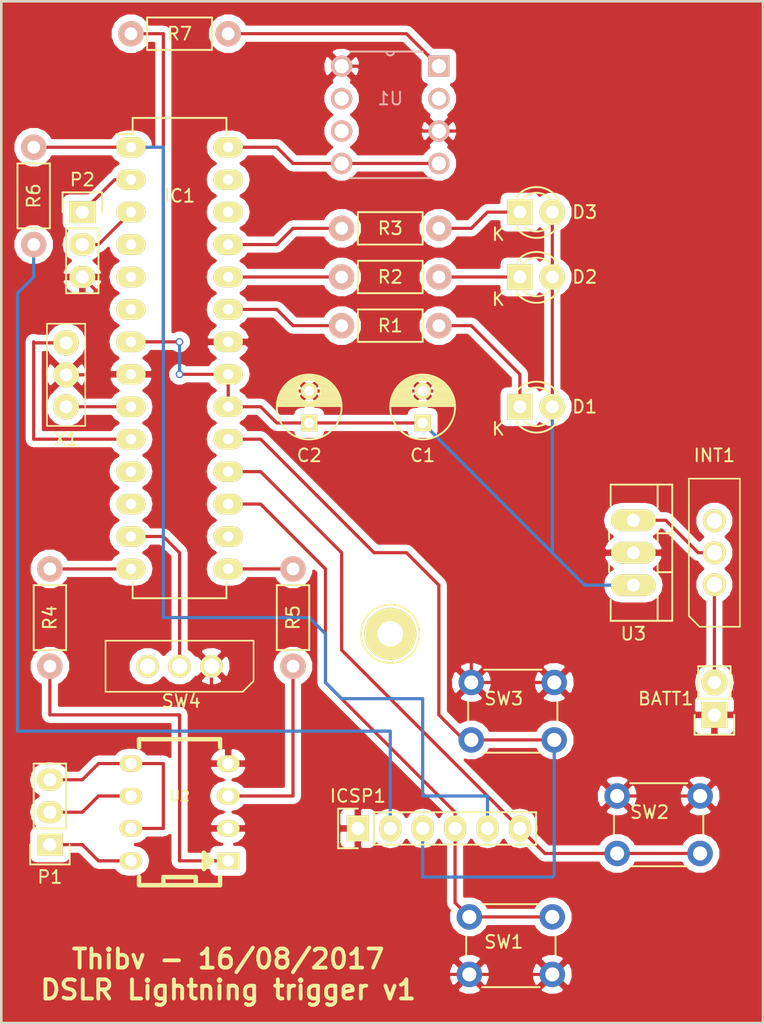
<source format=kicad_pcb>
(kicad_pcb (version 4) (host pcbnew 4.0.2+dfsg1-stable)

  (general
    (links 64)
    (no_connects 0)
    (area 179.925 59.835 245.685337 142.340001)
    (thickness 1.6)
    (drawings 9)
    (tracks 161)
    (zones 0)
    (modules 27)
    (nets 30)
  )

  (page A4)
  (layers
    (0 F.Cu signal)
    (31 B.Cu signal)
    (32 B.Adhes user)
    (33 F.Adhes user)
    (34 B.Paste user)
    (35 F.Paste user)
    (36 B.SilkS user)
    (37 F.SilkS user)
    (38 B.Mask user)
    (39 F.Mask user)
    (40 Dwgs.User user)
    (41 Cmts.User user)
    (42 Eco1.User user)
    (43 Eco2.User user)
    (44 Edge.Cuts user)
    (45 Margin user)
    (46 B.CrtYd user)
    (47 F.CrtYd user)
    (48 B.Fab user)
    (49 F.Fab user)
  )

  (setup
    (last_trace_width 0.25)
    (trace_clearance 0.2)
    (zone_clearance 0.508)
    (zone_45_only no)
    (trace_min 0.2)
    (segment_width 0.2)
    (edge_width 0.15)
    (via_size 0.6)
    (via_drill 0.4)
    (via_min_size 0.4)
    (via_min_drill 0.3)
    (uvia_size 0.3)
    (uvia_drill 0.1)
    (uvias_allowed no)
    (uvia_min_size 0.2)
    (uvia_min_drill 0.1)
    (pcb_text_width 0.3)
    (pcb_text_size 1.5 1.5)
    (mod_edge_width 0.15)
    (mod_text_size 1 1)
    (mod_text_width 0.15)
    (pad_size 4.064 4.064)
    (pad_drill 2)
    (pad_to_mask_clearance 0.2)
    (aux_axis_origin 0 0)
    (visible_elements FFFFFF7F)
    (pcbplotparams
      (layerselection 0x010f0_80000001)
      (usegerberextensions false)
      (excludeedgelayer true)
      (linewidth 0.100000)
      (plotframeref false)
      (viasonmask false)
      (mode 1)
      (useauxorigin false)
      (hpglpennumber 1)
      (hpglpenspeed 20)
      (hpglpendiameter 15)
      (hpglpenoverlay 2)
      (psnegative false)
      (psa4output false)
      (plotreference true)
      (plotvalue true)
      (plotinvisibletext false)
      (padsonsilk false)
      (subtractmaskfromsilk false)
      (outputformat 1)
      (mirror false)
      (drillshape 0)
      (scaleselection 1)
      (outputdirectory gerber/))
  )

  (net 0 "")
  (net 1 GND)
  (net 2 "Net-(BATT1-Pad2)")
  (net 3 +5V)
  (net 4 "Net-(D1-Pad1)")
  (net 5 "Net-(D2-Pad1)")
  (net 6 "Net-(D3-Pad1)")
  (net 7 +3V3)
  (net 8 /BUTTON_3)
  (net 9 /BUTTON_1)
  (net 10 /RST)
  (net 11 /BUTTON_2)
  (net 12 /AF)
  (net 13 /TRIGGER)
  (net 14 /GND_REFLEX)
  (net 15 /LED_BLUE)
  (net 16 /LED_RP)
  (net 17 /LED_RM)
  (net 18 "Net-(R4-Pad1)")
  (net 19 /OPTO1)
  (net 20 "Net-(R5-Pad1)")
  (net 21 /OPTO2)
  (net 22 "Net-(R7-Pad1)")
  (net 23 /SETTING_1)
  (net 24 /SIGNAL)
  (net 25 /XTAL1)
  (net 26 /XTAL2)
  (net 27 "Net-(INT1-Pad2)")
  (net 28 /RXD)
  (net 29 /TXD)

  (net_class Default "This is the default net class."
    (clearance 0.2)
    (trace_width 0.25)
    (via_dia 0.6)
    (via_drill 0.4)
    (uvia_dia 0.3)
    (uvia_drill 0.1)
    (add_net +3V3)
    (add_net +5V)
    (add_net /AF)
    (add_net /BUTTON_1)
    (add_net /BUTTON_2)
    (add_net /BUTTON_3)
    (add_net /GND_REFLEX)
    (add_net /LED_BLUE)
    (add_net /LED_RM)
    (add_net /LED_RP)
    (add_net /OPTO1)
    (add_net /OPTO2)
    (add_net /RST)
    (add_net /RXD)
    (add_net /SETTING_1)
    (add_net /SIGNAL)
    (add_net /TRIGGER)
    (add_net /TXD)
    (add_net /XTAL1)
    (add_net /XTAL2)
    (add_net GND)
    (add_net "Net-(BATT1-Pad2)")
    (add_net "Net-(D1-Pad1)")
    (add_net "Net-(D2-Pad1)")
    (add_net "Net-(D3-Pad1)")
    (add_net "Net-(INT1-Pad2)")
    (add_net "Net-(R4-Pad1)")
    (add_net "Net-(R5-Pad1)")
    (add_net "Net-(R7-Pad1)")
  )

  (module Socket_Strips:Socket_Strip_Straight_1x02 (layer F.Cu) (tedit 5994A7A4) (tstamp 5995B9DE)
    (at 236.22 118.11 90)
    (descr "Through hole socket strip")
    (tags "socket strip")
    (path /5994C21F)
    (fp_text reference BATT1 (at 1.27 -3.81 180) (layer F.SilkS)
      (effects (font (size 1 1) (thickness 0.15)))
    )
    (fp_text value CONN_01X02 (at 0 -3.1 90) (layer F.Fab) hide
      (effects (font (size 1 1) (thickness 0.15)))
    )
    (fp_line (start -1.55 1.55) (end 0 1.55) (layer F.SilkS) (width 0.15))
    (fp_line (start 3.81 1.27) (end 1.27 1.27) (layer F.SilkS) (width 0.15))
    (fp_line (start -1.75 -1.75) (end -1.75 1.75) (layer F.CrtYd) (width 0.05))
    (fp_line (start 4.3 -1.75) (end 4.3 1.75) (layer F.CrtYd) (width 0.05))
    (fp_line (start -1.75 -1.75) (end 4.3 -1.75) (layer F.CrtYd) (width 0.05))
    (fp_line (start -1.75 1.75) (end 4.3 1.75) (layer F.CrtYd) (width 0.05))
    (fp_line (start 1.27 1.27) (end 1.27 -1.27) (layer F.SilkS) (width 0.15))
    (fp_line (start 0 -1.55) (end -1.55 -1.55) (layer F.SilkS) (width 0.15))
    (fp_line (start -1.55 -1.55) (end -1.55 1.55) (layer F.SilkS) (width 0.15))
    (fp_line (start 1.27 -1.27) (end 3.81 -1.27) (layer F.SilkS) (width 0.15))
    (fp_line (start 3.81 -1.27) (end 3.81 1.27) (layer F.SilkS) (width 0.15))
    (pad 1 thru_hole rect (at 0 0 90) (size 2.032 2.032) (drill 1.016) (layers *.Cu *.Mask F.SilkS)
      (net 1 GND))
    (pad 2 thru_hole oval (at 2.54 0 90) (size 2.032 2.032) (drill 1.016) (layers *.Cu *.Mask F.SilkS)
      (net 2 "Net-(BATT1-Pad2)"))
    (model Socket_Strips.3dshapes/Socket_Strip_Straight_1x02.wrl
      (at (xyz 0.05 0 0))
      (scale (xyz 1 1 1))
      (rotate (xyz 0 0 180))
    )
  )

  (module Capacitors_ThroughHole:C_Radial_D5_L11_P2.5 (layer F.Cu) (tedit 5994A78D) (tstamp 5995BA06)
    (at 213.36 95.25 90)
    (descr "Radial Electrolytic Capacitor Diameter 5mm x Length 11mm, Pitch 2.5mm")
    (tags "Electrolytic Capacitor")
    (path /58ADAD05)
    (fp_text reference C1 (at -2.54 0 180) (layer F.SilkS)
      (effects (font (size 1 1) (thickness 0.15)))
    )
    (fp_text value 0.1u (at 1.25 3.8 90) (layer F.Fab) hide
      (effects (font (size 1 1) (thickness 0.15)))
    )
    (fp_line (start 1.325 -2.499) (end 1.325 2.499) (layer F.SilkS) (width 0.15))
    (fp_line (start 1.465 -2.491) (end 1.465 2.491) (layer F.SilkS) (width 0.15))
    (fp_line (start 1.605 -2.475) (end 1.605 -0.095) (layer F.SilkS) (width 0.15))
    (fp_line (start 1.605 0.095) (end 1.605 2.475) (layer F.SilkS) (width 0.15))
    (fp_line (start 1.745 -2.451) (end 1.745 -0.49) (layer F.SilkS) (width 0.15))
    (fp_line (start 1.745 0.49) (end 1.745 2.451) (layer F.SilkS) (width 0.15))
    (fp_line (start 1.885 -2.418) (end 1.885 -0.657) (layer F.SilkS) (width 0.15))
    (fp_line (start 1.885 0.657) (end 1.885 2.418) (layer F.SilkS) (width 0.15))
    (fp_line (start 2.025 -2.377) (end 2.025 -0.764) (layer F.SilkS) (width 0.15))
    (fp_line (start 2.025 0.764) (end 2.025 2.377) (layer F.SilkS) (width 0.15))
    (fp_line (start 2.165 -2.327) (end 2.165 -0.835) (layer F.SilkS) (width 0.15))
    (fp_line (start 2.165 0.835) (end 2.165 2.327) (layer F.SilkS) (width 0.15))
    (fp_line (start 2.305 -2.266) (end 2.305 -0.879) (layer F.SilkS) (width 0.15))
    (fp_line (start 2.305 0.879) (end 2.305 2.266) (layer F.SilkS) (width 0.15))
    (fp_line (start 2.445 -2.196) (end 2.445 -0.898) (layer F.SilkS) (width 0.15))
    (fp_line (start 2.445 0.898) (end 2.445 2.196) (layer F.SilkS) (width 0.15))
    (fp_line (start 2.585 -2.114) (end 2.585 -0.896) (layer F.SilkS) (width 0.15))
    (fp_line (start 2.585 0.896) (end 2.585 2.114) (layer F.SilkS) (width 0.15))
    (fp_line (start 2.725 -2.019) (end 2.725 -0.871) (layer F.SilkS) (width 0.15))
    (fp_line (start 2.725 0.871) (end 2.725 2.019) (layer F.SilkS) (width 0.15))
    (fp_line (start 2.865 -1.908) (end 2.865 -0.823) (layer F.SilkS) (width 0.15))
    (fp_line (start 2.865 0.823) (end 2.865 1.908) (layer F.SilkS) (width 0.15))
    (fp_line (start 3.005 -1.78) (end 3.005 -0.745) (layer F.SilkS) (width 0.15))
    (fp_line (start 3.005 0.745) (end 3.005 1.78) (layer F.SilkS) (width 0.15))
    (fp_line (start 3.145 -1.631) (end 3.145 -0.628) (layer F.SilkS) (width 0.15))
    (fp_line (start 3.145 0.628) (end 3.145 1.631) (layer F.SilkS) (width 0.15))
    (fp_line (start 3.285 -1.452) (end 3.285 -0.44) (layer F.SilkS) (width 0.15))
    (fp_line (start 3.285 0.44) (end 3.285 1.452) (layer F.SilkS) (width 0.15))
    (fp_line (start 3.425 -1.233) (end 3.425 1.233) (layer F.SilkS) (width 0.15))
    (fp_line (start 3.565 -0.944) (end 3.565 0.944) (layer F.SilkS) (width 0.15))
    (fp_line (start 3.705 -0.472) (end 3.705 0.472) (layer F.SilkS) (width 0.15))
    (fp_circle (center 2.5 0) (end 2.5 -0.9) (layer F.SilkS) (width 0.15))
    (fp_circle (center 1.25 0) (end 1.25 -2.5375) (layer F.SilkS) (width 0.15))
    (fp_circle (center 1.25 0) (end 1.25 -2.8) (layer F.CrtYd) (width 0.05))
    (pad 1 thru_hole rect (at 0 0 90) (size 1.3 1.3) (drill 0.8) (layers *.Cu *.Mask F.SilkS)
      (net 3 +5V))
    (pad 2 thru_hole circle (at 2.5 0 90) (size 1.3 1.3) (drill 0.8) (layers *.Cu *.Mask F.SilkS)
      (net 1 GND))
    (model Capacitors_ThroughHole.3dshapes/C_Radial_D5_L11_P2.5.wrl
      (at (xyz 0.049213 0 0))
      (scale (xyz 1 1 1))
      (rotate (xyz 0 0 90))
    )
  )

  (module Capacitors_ThroughHole:C_Radial_D5_L11_P2.5 (layer F.Cu) (tedit 5994A78A) (tstamp 5995BA2E)
    (at 204.47 95.25 90)
    (descr "Radial Electrolytic Capacitor Diameter 5mm x Length 11mm, Pitch 2.5mm")
    (tags "Electrolytic Capacitor")
    (path /58ADACC4)
    (fp_text reference C2 (at -2.54 0 180) (layer F.SilkS)
      (effects (font (size 1 1) (thickness 0.15)))
    )
    (fp_text value 100u (at 1.25 3.8 90) (layer F.Fab) hide
      (effects (font (size 1 1) (thickness 0.15)))
    )
    (fp_line (start 1.325 -2.499) (end 1.325 2.499) (layer F.SilkS) (width 0.15))
    (fp_line (start 1.465 -2.491) (end 1.465 2.491) (layer F.SilkS) (width 0.15))
    (fp_line (start 1.605 -2.475) (end 1.605 -0.095) (layer F.SilkS) (width 0.15))
    (fp_line (start 1.605 0.095) (end 1.605 2.475) (layer F.SilkS) (width 0.15))
    (fp_line (start 1.745 -2.451) (end 1.745 -0.49) (layer F.SilkS) (width 0.15))
    (fp_line (start 1.745 0.49) (end 1.745 2.451) (layer F.SilkS) (width 0.15))
    (fp_line (start 1.885 -2.418) (end 1.885 -0.657) (layer F.SilkS) (width 0.15))
    (fp_line (start 1.885 0.657) (end 1.885 2.418) (layer F.SilkS) (width 0.15))
    (fp_line (start 2.025 -2.377) (end 2.025 -0.764) (layer F.SilkS) (width 0.15))
    (fp_line (start 2.025 0.764) (end 2.025 2.377) (layer F.SilkS) (width 0.15))
    (fp_line (start 2.165 -2.327) (end 2.165 -0.835) (layer F.SilkS) (width 0.15))
    (fp_line (start 2.165 0.835) (end 2.165 2.327) (layer F.SilkS) (width 0.15))
    (fp_line (start 2.305 -2.266) (end 2.305 -0.879) (layer F.SilkS) (width 0.15))
    (fp_line (start 2.305 0.879) (end 2.305 2.266) (layer F.SilkS) (width 0.15))
    (fp_line (start 2.445 -2.196) (end 2.445 -0.898) (layer F.SilkS) (width 0.15))
    (fp_line (start 2.445 0.898) (end 2.445 2.196) (layer F.SilkS) (width 0.15))
    (fp_line (start 2.585 -2.114) (end 2.585 -0.896) (layer F.SilkS) (width 0.15))
    (fp_line (start 2.585 0.896) (end 2.585 2.114) (layer F.SilkS) (width 0.15))
    (fp_line (start 2.725 -2.019) (end 2.725 -0.871) (layer F.SilkS) (width 0.15))
    (fp_line (start 2.725 0.871) (end 2.725 2.019) (layer F.SilkS) (width 0.15))
    (fp_line (start 2.865 -1.908) (end 2.865 -0.823) (layer F.SilkS) (width 0.15))
    (fp_line (start 2.865 0.823) (end 2.865 1.908) (layer F.SilkS) (width 0.15))
    (fp_line (start 3.005 -1.78) (end 3.005 -0.745) (layer F.SilkS) (width 0.15))
    (fp_line (start 3.005 0.745) (end 3.005 1.78) (layer F.SilkS) (width 0.15))
    (fp_line (start 3.145 -1.631) (end 3.145 -0.628) (layer F.SilkS) (width 0.15))
    (fp_line (start 3.145 0.628) (end 3.145 1.631) (layer F.SilkS) (width 0.15))
    (fp_line (start 3.285 -1.452) (end 3.285 -0.44) (layer F.SilkS) (width 0.15))
    (fp_line (start 3.285 0.44) (end 3.285 1.452) (layer F.SilkS) (width 0.15))
    (fp_line (start 3.425 -1.233) (end 3.425 1.233) (layer F.SilkS) (width 0.15))
    (fp_line (start 3.565 -0.944) (end 3.565 0.944) (layer F.SilkS) (width 0.15))
    (fp_line (start 3.705 -0.472) (end 3.705 0.472) (layer F.SilkS) (width 0.15))
    (fp_circle (center 2.5 0) (end 2.5 -0.9) (layer F.SilkS) (width 0.15))
    (fp_circle (center 1.25 0) (end 1.25 -2.5375) (layer F.SilkS) (width 0.15))
    (fp_circle (center 1.25 0) (end 1.25 -2.8) (layer F.CrtYd) (width 0.05))
    (pad 1 thru_hole rect (at 0 0 90) (size 1.3 1.3) (drill 0.8) (layers *.Cu *.Mask F.SilkS)
      (net 3 +5V))
    (pad 2 thru_hole circle (at 2.5 0 90) (size 1.3 1.3) (drill 0.8) (layers *.Cu *.Mask F.SilkS)
      (net 1 GND))
    (model Capacitors_ThroughHole.3dshapes/C_Radial_D5_L11_P2.5.wrl
      (at (xyz 0.049213 0 0))
      (scale (xyz 1 1 1))
      (rotate (xyz 0 0 90))
    )
  )

  (module LEDs:LED-3MM (layer F.Cu) (tedit 5994A754) (tstamp 5995BA3F)
    (at 220.98 93.98)
    (descr "LED 3mm round vertical")
    (tags "LED  3mm round vertical")
    (path /58ADDCA6)
    (fp_text reference D1 (at 5.08 0) (layer F.SilkS)
      (effects (font (size 1 1) (thickness 0.15)))
    )
    (fp_text value "LED BLEUE" (at 1.3 -2.9) (layer F.Fab) hide
      (effects (font (size 1 1) (thickness 0.15)))
    )
    (fp_line (start -1.2 2.3) (end 3.8 2.3) (layer F.CrtYd) (width 0.05))
    (fp_line (start 3.8 2.3) (end 3.8 -2.2) (layer F.CrtYd) (width 0.05))
    (fp_line (start 3.8 -2.2) (end -1.2 -2.2) (layer F.CrtYd) (width 0.05))
    (fp_line (start -1.2 -2.2) (end -1.2 2.3) (layer F.CrtYd) (width 0.05))
    (fp_line (start -0.199 1.314) (end -0.199 1.114) (layer F.SilkS) (width 0.15))
    (fp_line (start -0.199 -1.28) (end -0.199 -1.1) (layer F.SilkS) (width 0.15))
    (fp_arc (start 1.301 0.034) (end -0.199 -1.286) (angle 108.5) (layer F.SilkS) (width 0.15))
    (fp_arc (start 1.301 0.034) (end 0.25 -1.1) (angle 85.7) (layer F.SilkS) (width 0.15))
    (fp_arc (start 1.311 0.034) (end 3.051 0.994) (angle 110) (layer F.SilkS) (width 0.15))
    (fp_arc (start 1.301 0.034) (end 2.335 1.094) (angle 87.5) (layer F.SilkS) (width 0.15))
    (fp_text user K (at -1.69 1.74) (layer F.SilkS)
      (effects (font (size 1 1) (thickness 0.15)))
    )
    (pad 1 thru_hole rect (at 0 0 90) (size 2 2) (drill 1.00076) (layers *.Cu *.Mask F.SilkS)
      (net 4 "Net-(D1-Pad1)"))
    (pad 2 thru_hole circle (at 2.54 0) (size 2 2) (drill 1.00076) (layers *.Cu *.Mask F.SilkS)
      (net 3 +5V))
    (model LEDs.3dshapes/LED-3MM.wrl
      (at (xyz 0.05 0 0))
      (scale (xyz 1 1 1))
      (rotate (xyz 0 0 90))
    )
  )

  (module LEDs:LED-3MM (layer F.Cu) (tedit 5994A756) (tstamp 5995BA50)
    (at 220.98 83.82)
    (descr "LED 3mm round vertical")
    (tags "LED  3mm round vertical")
    (path /58ADDD00)
    (fp_text reference D2 (at 5.08 0) (layer F.SilkS)
      (effects (font (size 1 1) (thickness 0.15)))
    )
    (fp_text value "LED R-" (at 1.3 -2.9) (layer F.Fab) hide
      (effects (font (size 1 1) (thickness 0.15)))
    )
    (fp_line (start -1.2 2.3) (end 3.8 2.3) (layer F.CrtYd) (width 0.05))
    (fp_line (start 3.8 2.3) (end 3.8 -2.2) (layer F.CrtYd) (width 0.05))
    (fp_line (start 3.8 -2.2) (end -1.2 -2.2) (layer F.CrtYd) (width 0.05))
    (fp_line (start -1.2 -2.2) (end -1.2 2.3) (layer F.CrtYd) (width 0.05))
    (fp_line (start -0.199 1.314) (end -0.199 1.114) (layer F.SilkS) (width 0.15))
    (fp_line (start -0.199 -1.28) (end -0.199 -1.1) (layer F.SilkS) (width 0.15))
    (fp_arc (start 1.301 0.034) (end -0.199 -1.286) (angle 108.5) (layer F.SilkS) (width 0.15))
    (fp_arc (start 1.301 0.034) (end 0.25 -1.1) (angle 85.7) (layer F.SilkS) (width 0.15))
    (fp_arc (start 1.311 0.034) (end 3.051 0.994) (angle 110) (layer F.SilkS) (width 0.15))
    (fp_arc (start 1.301 0.034) (end 2.335 1.094) (angle 87.5) (layer F.SilkS) (width 0.15))
    (fp_text user K (at -1.69 1.74) (layer F.SilkS)
      (effects (font (size 1 1) (thickness 0.15)))
    )
    (pad 1 thru_hole rect (at 0 0 90) (size 2 2) (drill 1.00076) (layers *.Cu *.Mask F.SilkS)
      (net 5 "Net-(D2-Pad1)"))
    (pad 2 thru_hole circle (at 2.54 0) (size 2 2) (drill 1.00076) (layers *.Cu *.Mask F.SilkS)
      (net 3 +5V))
    (model LEDs.3dshapes/LED-3MM.wrl
      (at (xyz 0.05 0 0))
      (scale (xyz 1 1 1))
      (rotate (xyz 0 0 90))
    )
  )

  (module LEDs:LED-3MM (layer F.Cu) (tedit 5994A759) (tstamp 5995BA61)
    (at 220.98 78.74)
    (descr "LED 3mm round vertical")
    (tags "LED  3mm round vertical")
    (path /58ADDD48)
    (fp_text reference D3 (at 5.08 0) (layer F.SilkS)
      (effects (font (size 1 1) (thickness 0.15)))
    )
    (fp_text value "LED R+" (at 1.3 -2.9) (layer F.Fab) hide
      (effects (font (size 1 1) (thickness 0.15)))
    )
    (fp_line (start -1.2 2.3) (end 3.8 2.3) (layer F.CrtYd) (width 0.05))
    (fp_line (start 3.8 2.3) (end 3.8 -2.2) (layer F.CrtYd) (width 0.05))
    (fp_line (start 3.8 -2.2) (end -1.2 -2.2) (layer F.CrtYd) (width 0.05))
    (fp_line (start -1.2 -2.2) (end -1.2 2.3) (layer F.CrtYd) (width 0.05))
    (fp_line (start -0.199 1.314) (end -0.199 1.114) (layer F.SilkS) (width 0.15))
    (fp_line (start -0.199 -1.28) (end -0.199 -1.1) (layer F.SilkS) (width 0.15))
    (fp_arc (start 1.301 0.034) (end -0.199 -1.286) (angle 108.5) (layer F.SilkS) (width 0.15))
    (fp_arc (start 1.301 0.034) (end 0.25 -1.1) (angle 85.7) (layer F.SilkS) (width 0.15))
    (fp_arc (start 1.311 0.034) (end 3.051 0.994) (angle 110) (layer F.SilkS) (width 0.15))
    (fp_arc (start 1.301 0.034) (end 2.335 1.094) (angle 87.5) (layer F.SilkS) (width 0.15))
    (fp_text user K (at -1.69 1.74) (layer F.SilkS)
      (effects (font (size 1 1) (thickness 0.15)))
    )
    (pad 1 thru_hole rect (at 0 0 90) (size 2 2) (drill 1.00076) (layers *.Cu *.Mask F.SilkS)
      (net 6 "Net-(D3-Pad1)"))
    (pad 2 thru_hole circle (at 2.54 0) (size 2 2) (drill 1.00076) (layers *.Cu *.Mask F.SilkS)
      (net 3 +5V))
    (model LEDs.3dshapes/LED-3MM.wrl
      (at (xyz 0.05 0 0))
      (scale (xyz 1 1 1))
      (rotate (xyz 0 0 90))
    )
  )

  (module Socket_Strips:Socket_Strip_Straight_1x06 (layer F.Cu) (tedit 5994A70C) (tstamp 5995BA76)
    (at 208.28 127)
    (descr "Through hole socket strip")
    (tags "socket strip")
    (path /59948605)
    (fp_text reference ICSP1 (at 0 -2.54) (layer F.SilkS)
      (effects (font (size 1 1) (thickness 0.15)))
    )
    (fp_text value CONN_02X03 (at 0 -3.1) (layer F.Fab) hide
      (effects (font (size 1 1) (thickness 0.15)))
    )
    (fp_line (start -1.75 -1.75) (end -1.75 1.75) (layer F.CrtYd) (width 0.05))
    (fp_line (start 14.45 -1.75) (end 14.45 1.75) (layer F.CrtYd) (width 0.05))
    (fp_line (start -1.75 -1.75) (end 14.45 -1.75) (layer F.CrtYd) (width 0.05))
    (fp_line (start -1.75 1.75) (end 14.45 1.75) (layer F.CrtYd) (width 0.05))
    (fp_line (start 1.27 1.27) (end 13.97 1.27) (layer F.SilkS) (width 0.15))
    (fp_line (start 13.97 1.27) (end 13.97 -1.27) (layer F.SilkS) (width 0.15))
    (fp_line (start 13.97 -1.27) (end 1.27 -1.27) (layer F.SilkS) (width 0.15))
    (fp_line (start -1.55 1.55) (end 0 1.55) (layer F.SilkS) (width 0.15))
    (fp_line (start 1.27 1.27) (end 1.27 -1.27) (layer F.SilkS) (width 0.15))
    (fp_line (start 0 -1.55) (end -1.55 -1.55) (layer F.SilkS) (width 0.15))
    (fp_line (start -1.55 -1.55) (end -1.55 1.55) (layer F.SilkS) (width 0.15))
    (pad 1 thru_hole rect (at 0 0) (size 1.7272 2.032) (drill 1.016) (layers *.Cu *.Mask F.SilkS)
      (net 1 GND))
    (pad 2 thru_hole oval (at 2.54 0) (size 1.7272 2.032) (drill 1.016) (layers *.Cu *.Mask F.SilkS)
      (net 7 +3V3))
    (pad 3 thru_hole oval (at 5.08 0) (size 1.7272 2.032) (drill 1.016) (layers *.Cu *.Mask F.SilkS)
      (net 8 /BUTTON_3))
    (pad 4 thru_hole oval (at 7.62 0) (size 1.7272 2.032) (drill 1.016) (layers *.Cu *.Mask F.SilkS)
      (net 9 /BUTTON_1))
    (pad 5 thru_hole oval (at 10.16 0) (size 1.7272 2.032) (drill 1.016) (layers *.Cu *.Mask F.SilkS)
      (net 10 /RST))
    (pad 6 thru_hole oval (at 12.7 0) (size 1.7272 2.032) (drill 1.016) (layers *.Cu *.Mask F.SilkS)
      (net 11 /BUTTON_2))
    (model Socket_Strips.3dshapes/Socket_Strip_Straight_1x06.wrl
      (at (xyz 0.25 0 0))
      (scale (xyz 1 1 1))
      (rotate (xyz 0 0 180))
    )
  )

  (module SW3-2.5-11.6X4.0X5.4+2.0MM (layer F.Cu) (tedit 5994A7EE) (tstamp 5995BA83)
    (at 236.22 105.41 90)
    (path /5994BE48)
    (fp_text reference INT1 (at 7.62 0 180) (layer F.SilkS)
      (effects (font (size 1 1) (thickness 0.15)))
    )
    (fp_text value "DIP-SLIDE-SWITCH(3P-11.6X4.0X5.4+2.0MM)" (at -2.54 8.89 90) (layer F.SilkS) hide
      (effects (font (size 0.500481 0.500481) (thickness 0.05)))
    )
    (fp_line (start -5.8 2) (end 5.8 2) (layer F.SilkS) (width 0.127))
    (fp_line (start 5.8 2) (end 5.8 -2) (layer F.SilkS) (width 0.127))
    (fp_line (start 5.8 -2) (end -4.95427 -2) (layer F.SilkS) (width 0.127))
    (fp_line (start -4.95427 -2) (end -5.8 -1.15427) (layer F.SilkS) (width 0.127))
    (fp_line (start -5.8 -1.15427) (end -5.8 2) (layer F.SilkS) (width 0.127))
    (fp_poly (pts (xy -5.72209 -1.905) (xy 5.842 -1.905) (xy 5.842 1.90736) (xy -5.72209 1.90736)) (layer Dwgs.User) (width 0.381))
    (pad 1 thru_hole circle (at -2.5 0 90) (size 1.8 1.8) (drill 1.2) (layers *.Cu *.Mask F.SilkS)
      (net 2 "Net-(BATT1-Pad2)"))
    (pad 2 thru_hole circle (at 0 0 90) (size 1.8 1.8) (drill 1.2) (layers *.Cu *.Mask F.SilkS)
      (net 27 "Net-(INT1-Pad2)"))
    (pad 3 thru_hole circle (at 2.5 0 90) (size 1.8 1.8) (drill 1.2) (layers *.Cu *.Mask F.SilkS))
  )

  (module Socket_Strips:Socket_Strip_Straight_1x03 (layer F.Cu) (tedit 5994A841) (tstamp 5995BA95)
    (at 184.15 128.27 90)
    (descr "Through hole socket strip")
    (tags "socket strip")
    (path /5994E37B)
    (fp_text reference P1 (at -2.54 0 180) (layer F.SilkS)
      (effects (font (size 1 1) (thickness 0.15)))
    )
    (fp_text value CONN_01X03 (at 0 -3.1 90) (layer F.Fab) hide
      (effects (font (size 1 1) (thickness 0.15)))
    )
    (fp_line (start 0 -1.55) (end -1.55 -1.55) (layer F.SilkS) (width 0.15))
    (fp_line (start -1.55 -1.55) (end -1.55 1.55) (layer F.SilkS) (width 0.15))
    (fp_line (start -1.55 1.55) (end 0 1.55) (layer F.SilkS) (width 0.15))
    (fp_line (start -1.75 -1.75) (end -1.75 1.75) (layer F.CrtYd) (width 0.05))
    (fp_line (start 6.85 -1.75) (end 6.85 1.75) (layer F.CrtYd) (width 0.05))
    (fp_line (start -1.75 -1.75) (end 6.85 -1.75) (layer F.CrtYd) (width 0.05))
    (fp_line (start -1.75 1.75) (end 6.85 1.75) (layer F.CrtYd) (width 0.05))
    (fp_line (start 1.27 -1.27) (end 6.35 -1.27) (layer F.SilkS) (width 0.15))
    (fp_line (start 6.35 -1.27) (end 6.35 1.27) (layer F.SilkS) (width 0.15))
    (fp_line (start 6.35 1.27) (end 1.27 1.27) (layer F.SilkS) (width 0.15))
    (fp_line (start 1.27 1.27) (end 1.27 -1.27) (layer F.SilkS) (width 0.15))
    (pad 1 thru_hole rect (at 0 0 90) (size 1.7272 2.032) (drill 1.016) (layers *.Cu *.Mask F.SilkS)
      (net 12 /AF))
    (pad 2 thru_hole oval (at 2.54 0 90) (size 1.7272 2.032) (drill 1.016) (layers *.Cu *.Mask F.SilkS)
      (net 13 /TRIGGER))
    (pad 3 thru_hole oval (at 5.08 0 90) (size 1.7272 2.032) (drill 1.016) (layers *.Cu *.Mask F.SilkS)
      (net 14 /GND_REFLEX))
    (model Socket_Strips.3dshapes/Socket_Strip_Straight_1x03.wrl
      (at (xyz 0.1 0 0))
      (scale (xyz 1 1 1))
      (rotate (xyz 0 0 180))
    )
  )

  (module Resistors_ThroughHole:Resistor_Horizontal_RM7mm (layer F.Cu) (tedit 5994A746) (tstamp 5995BAA3)
    (at 207.01 87.63)
    (descr "Resistor, Axial,  RM 7.62mm, 1/3W,")
    (tags "Resistor Axial RM 7.62mm 1/3W R3")
    (path /58ADDD84)
    (fp_text reference R1 (at 3.81 0) (layer F.SilkS)
      (effects (font (size 1 1) (thickness 0.15)))
    )
    (fp_text value 100 (at 3.81 3.81) (layer F.Fab) hide
      (effects (font (size 1 1) (thickness 0.15)))
    )
    (fp_line (start -1.25 -1.5) (end 8.85 -1.5) (layer F.CrtYd) (width 0.05))
    (fp_line (start -1.25 1.5) (end -1.25 -1.5) (layer F.CrtYd) (width 0.05))
    (fp_line (start 8.85 -1.5) (end 8.85 1.5) (layer F.CrtYd) (width 0.05))
    (fp_line (start -1.25 1.5) (end 8.85 1.5) (layer F.CrtYd) (width 0.05))
    (fp_line (start 1.27 -1.27) (end 6.35 -1.27) (layer F.SilkS) (width 0.15))
    (fp_line (start 6.35 -1.27) (end 6.35 1.27) (layer F.SilkS) (width 0.15))
    (fp_line (start 6.35 1.27) (end 1.27 1.27) (layer F.SilkS) (width 0.15))
    (fp_line (start 1.27 1.27) (end 1.27 -1.27) (layer F.SilkS) (width 0.15))
    (pad 1 thru_hole circle (at 0 0) (size 1.99898 1.99898) (drill 1.00076) (layers *.Cu *.SilkS *.Mask)
      (net 15 /LED_BLUE))
    (pad 2 thru_hole circle (at 7.62 0) (size 1.99898 1.99898) (drill 1.00076) (layers *.Cu *.SilkS *.Mask)
      (net 4 "Net-(D1-Pad1)"))
  )

  (module Resistors_ThroughHole:Resistor_Horizontal_RM7mm (layer F.Cu) (tedit 5994A749) (tstamp 5995BAB1)
    (at 207.01 83.82)
    (descr "Resistor, Axial,  RM 7.62mm, 1/3W,")
    (tags "Resistor Axial RM 7.62mm 1/3W R3")
    (path /58ADDDFD)
    (fp_text reference R2 (at 3.81 0) (layer F.SilkS)
      (effects (font (size 1 1) (thickness 0.15)))
    )
    (fp_text value 330 (at 3.81 3.81) (layer F.Fab) hide
      (effects (font (size 1 1) (thickness 0.15)))
    )
    (fp_line (start -1.25 -1.5) (end 8.85 -1.5) (layer F.CrtYd) (width 0.05))
    (fp_line (start -1.25 1.5) (end -1.25 -1.5) (layer F.CrtYd) (width 0.05))
    (fp_line (start 8.85 -1.5) (end 8.85 1.5) (layer F.CrtYd) (width 0.05))
    (fp_line (start -1.25 1.5) (end 8.85 1.5) (layer F.CrtYd) (width 0.05))
    (fp_line (start 1.27 -1.27) (end 6.35 -1.27) (layer F.SilkS) (width 0.15))
    (fp_line (start 6.35 -1.27) (end 6.35 1.27) (layer F.SilkS) (width 0.15))
    (fp_line (start 6.35 1.27) (end 1.27 1.27) (layer F.SilkS) (width 0.15))
    (fp_line (start 1.27 1.27) (end 1.27 -1.27) (layer F.SilkS) (width 0.15))
    (pad 1 thru_hole circle (at 0 0) (size 1.99898 1.99898) (drill 1.00076) (layers *.Cu *.SilkS *.Mask)
      (net 16 /LED_RP))
    (pad 2 thru_hole circle (at 7.62 0) (size 1.99898 1.99898) (drill 1.00076) (layers *.Cu *.SilkS *.Mask)
      (net 5 "Net-(D2-Pad1)"))
  )

  (module Resistors_ThroughHole:Resistor_Horizontal_RM7mm (layer F.Cu) (tedit 5994A74B) (tstamp 5995BABF)
    (at 207.01 80.01)
    (descr "Resistor, Axial,  RM 7.62mm, 1/3W,")
    (tags "Resistor Axial RM 7.62mm 1/3W R3")
    (path /58ADDE61)
    (fp_text reference R3 (at 3.81 0) (layer F.SilkS)
      (effects (font (size 1 1) (thickness 0.15)))
    )
    (fp_text value 330 (at 3.81 3.81) (layer F.Fab) hide
      (effects (font (size 1 1) (thickness 0.15)))
    )
    (fp_line (start -1.25 -1.5) (end 8.85 -1.5) (layer F.CrtYd) (width 0.05))
    (fp_line (start -1.25 1.5) (end -1.25 -1.5) (layer F.CrtYd) (width 0.05))
    (fp_line (start 8.85 -1.5) (end 8.85 1.5) (layer F.CrtYd) (width 0.05))
    (fp_line (start -1.25 1.5) (end 8.85 1.5) (layer F.CrtYd) (width 0.05))
    (fp_line (start 1.27 -1.27) (end 6.35 -1.27) (layer F.SilkS) (width 0.15))
    (fp_line (start 6.35 -1.27) (end 6.35 1.27) (layer F.SilkS) (width 0.15))
    (fp_line (start 6.35 1.27) (end 1.27 1.27) (layer F.SilkS) (width 0.15))
    (fp_line (start 1.27 1.27) (end 1.27 -1.27) (layer F.SilkS) (width 0.15))
    (pad 1 thru_hole circle (at 0 0) (size 1.99898 1.99898) (drill 1.00076) (layers *.Cu *.SilkS *.Mask)
      (net 17 /LED_RM))
    (pad 2 thru_hole circle (at 7.62 0) (size 1.99898 1.99898) (drill 1.00076) (layers *.Cu *.SilkS *.Mask)
      (net 6 "Net-(D3-Pad1)"))
  )

  (module Resistors_ThroughHole:Resistor_Horizontal_RM7mm (layer F.Cu) (tedit 5994A6DB) (tstamp 5995BACD)
    (at 184.15 114.3 90)
    (descr "Resistor, Axial,  RM 7.62mm, 1/3W,")
    (tags "Resistor Axial RM 7.62mm 1/3W R3")
    (path /58ADCBE6)
    (fp_text reference R4 (at 3.81 0 90) (layer F.SilkS)
      (effects (font (size 1 1) (thickness 0.15)))
    )
    (fp_text value 220 (at 3.81 3.81 90) (layer F.Fab) hide
      (effects (font (size 1 1) (thickness 0.15)))
    )
    (fp_line (start -1.25 -1.5) (end 8.85 -1.5) (layer F.CrtYd) (width 0.05))
    (fp_line (start -1.25 1.5) (end -1.25 -1.5) (layer F.CrtYd) (width 0.05))
    (fp_line (start 8.85 -1.5) (end 8.85 1.5) (layer F.CrtYd) (width 0.05))
    (fp_line (start -1.25 1.5) (end 8.85 1.5) (layer F.CrtYd) (width 0.05))
    (fp_line (start 1.27 -1.27) (end 6.35 -1.27) (layer F.SilkS) (width 0.15))
    (fp_line (start 6.35 -1.27) (end 6.35 1.27) (layer F.SilkS) (width 0.15))
    (fp_line (start 6.35 1.27) (end 1.27 1.27) (layer F.SilkS) (width 0.15))
    (fp_line (start 1.27 1.27) (end 1.27 -1.27) (layer F.SilkS) (width 0.15))
    (pad 1 thru_hole circle (at 0 0 90) (size 1.99898 1.99898) (drill 1.00076) (layers *.Cu *.SilkS *.Mask)
      (net 18 "Net-(R4-Pad1)"))
    (pad 2 thru_hole circle (at 7.62 0 90) (size 1.99898 1.99898) (drill 1.00076) (layers *.Cu *.SilkS *.Mask)
      (net 19 /OPTO1))
  )

  (module Resistors_ThroughHole:Resistor_Horizontal_RM7mm (layer F.Cu) (tedit 5994A722) (tstamp 5995BADB)
    (at 203.2 114.3 90)
    (descr "Resistor, Axial,  RM 7.62mm, 1/3W,")
    (tags "Resistor Axial RM 7.62mm 1/3W R3")
    (path /58ADCB8D)
    (fp_text reference R5 (at 3.81 0 90) (layer F.SilkS)
      (effects (font (size 1 1) (thickness 0.15)))
    )
    (fp_text value 220 (at 3.81 3.81 90) (layer F.Fab) hide
      (effects (font (size 1 1) (thickness 0.15)))
    )
    (fp_line (start -1.25 -1.5) (end 8.85 -1.5) (layer F.CrtYd) (width 0.05))
    (fp_line (start -1.25 1.5) (end -1.25 -1.5) (layer F.CrtYd) (width 0.05))
    (fp_line (start 8.85 -1.5) (end 8.85 1.5) (layer F.CrtYd) (width 0.05))
    (fp_line (start -1.25 1.5) (end 8.85 1.5) (layer F.CrtYd) (width 0.05))
    (fp_line (start 1.27 -1.27) (end 6.35 -1.27) (layer F.SilkS) (width 0.15))
    (fp_line (start 6.35 -1.27) (end 6.35 1.27) (layer F.SilkS) (width 0.15))
    (fp_line (start 6.35 1.27) (end 1.27 1.27) (layer F.SilkS) (width 0.15))
    (fp_line (start 1.27 1.27) (end 1.27 -1.27) (layer F.SilkS) (width 0.15))
    (pad 1 thru_hole circle (at 0 0 90) (size 1.99898 1.99898) (drill 1.00076) (layers *.Cu *.SilkS *.Mask)
      (net 20 "Net-(R5-Pad1)"))
    (pad 2 thru_hole circle (at 7.62 0 90) (size 1.99898 1.99898) (drill 1.00076) (layers *.Cu *.SilkS *.Mask)
      (net 21 /OPTO2))
  )

  (module Resistors_ThroughHole:Resistor_Horizontal_RM7mm (layer F.Cu) (tedit 5994A6D0) (tstamp 5995BAE9)
    (at 182.88 81.28 90)
    (descr "Resistor, Axial,  RM 7.62mm, 1/3W,")
    (tags "Resistor Axial RM 7.62mm 1/3W R3")
    (path /58ADC677)
    (fp_text reference R6 (at 3.81 0 90) (layer F.SilkS)
      (effects (font (size 1 1) (thickness 0.15)))
    )
    (fp_text value 1K (at 3.81 3.81 90) (layer F.Fab) hide
      (effects (font (size 1 1) (thickness 0.15)))
    )
    (fp_line (start -1.25 -1.5) (end 8.85 -1.5) (layer F.CrtYd) (width 0.05))
    (fp_line (start -1.25 1.5) (end -1.25 -1.5) (layer F.CrtYd) (width 0.05))
    (fp_line (start 8.85 -1.5) (end 8.85 1.5) (layer F.CrtYd) (width 0.05))
    (fp_line (start -1.25 1.5) (end 8.85 1.5) (layer F.CrtYd) (width 0.05))
    (fp_line (start 1.27 -1.27) (end 6.35 -1.27) (layer F.SilkS) (width 0.15))
    (fp_line (start 6.35 -1.27) (end 6.35 1.27) (layer F.SilkS) (width 0.15))
    (fp_line (start 6.35 1.27) (end 1.27 1.27) (layer F.SilkS) (width 0.15))
    (fp_line (start 1.27 1.27) (end 1.27 -1.27) (layer F.SilkS) (width 0.15))
    (pad 1 thru_hole circle (at 0 0 90) (size 1.99898 1.99898) (drill 1.00076) (layers *.Cu *.SilkS *.Mask)
      (net 7 +3V3))
    (pad 2 thru_hole circle (at 7.62 0 90) (size 1.99898 1.99898) (drill 1.00076) (layers *.Cu *.SilkS *.Mask)
      (net 10 /RST))
  )

  (module Resistors_ThroughHole:Resistor_Horizontal_RM7mm (layer F.Cu) (tedit 5994A6C1) (tstamp 5995BAF7)
    (at 198.12 64.77 180)
    (descr "Resistor, Axial,  RM 7.62mm, 1/3W,")
    (tags "Resistor Axial RM 7.62mm 1/3W R3")
    (path /58ADAAC0)
    (fp_text reference R7 (at 3.81 0 180) (layer F.SilkS)
      (effects (font (size 1 1) (thickness 0.15)))
    )
    (fp_text value 100 (at 3.81 3.81 180) (layer F.Fab) hide
      (effects (font (size 1 1) (thickness 0.15)))
    )
    (fp_line (start -1.25 -1.5) (end 8.85 -1.5) (layer F.CrtYd) (width 0.05))
    (fp_line (start -1.25 1.5) (end -1.25 -1.5) (layer F.CrtYd) (width 0.05))
    (fp_line (start 8.85 -1.5) (end 8.85 1.5) (layer F.CrtYd) (width 0.05))
    (fp_line (start -1.25 1.5) (end 8.85 1.5) (layer F.CrtYd) (width 0.05))
    (fp_line (start 1.27 -1.27) (end 6.35 -1.27) (layer F.SilkS) (width 0.15))
    (fp_line (start 6.35 -1.27) (end 6.35 1.27) (layer F.SilkS) (width 0.15))
    (fp_line (start 6.35 1.27) (end 1.27 1.27) (layer F.SilkS) (width 0.15))
    (fp_line (start 1.27 1.27) (end 1.27 -1.27) (layer F.SilkS) (width 0.15))
    (pad 1 thru_hole circle (at 0 0 180) (size 1.99898 1.99898) (drill 1.00076) (layers *.Cu *.SilkS *.Mask)
      (net 22 "Net-(R7-Pad1)"))
    (pad 2 thru_hole circle (at 7.62 0 180) (size 1.99898 1.99898) (drill 1.00076) (layers *.Cu *.SilkS *.Mask)
      (net 3 +5V))
  )

  (module Buttons_Switches_ThroughHole:SW_PUSH_6mm_h13mm (layer F.Cu) (tedit 5994A714) (tstamp 5995BB15)
    (at 223.52 138.43 180)
    (descr "tactile push button, 6x6mm e.g. PHAP33xx series, height=13mm")
    (tags "tact sw push 6mm")
    (path /58ADB43D)
    (fp_text reference SW1 (at 3.81 2.54 180) (layer F.SilkS)
      (effects (font (size 1 1) (thickness 0.15)))
    )
    (fp_text value SW_PUSH (at 3.75 6.7 180) (layer F.Fab) hide
      (effects (font (size 1 1) (thickness 0.15)))
    )
    (fp_line (start 3.25 -0.75) (end 6.25 -0.75) (layer F.Fab) (width 0.1))
    (fp_line (start 6.25 -0.75) (end 6.25 5.25) (layer F.Fab) (width 0.1))
    (fp_line (start 6.25 5.25) (end 0.25 5.25) (layer F.Fab) (width 0.1))
    (fp_line (start 0.25 5.25) (end 0.25 -0.75) (layer F.Fab) (width 0.1))
    (fp_line (start 0.25 -0.75) (end 3.25 -0.75) (layer F.Fab) (width 0.1))
    (fp_line (start 7.75 6) (end 8 6) (layer F.CrtYd) (width 0.05))
    (fp_line (start 8 6) (end 8 5.75) (layer F.CrtYd) (width 0.05))
    (fp_line (start 7.75 -1.5) (end 8 -1.5) (layer F.CrtYd) (width 0.05))
    (fp_line (start 8 -1.5) (end 8 -1.25) (layer F.CrtYd) (width 0.05))
    (fp_line (start -1.5 -1.25) (end -1.5 -1.5) (layer F.CrtYd) (width 0.05))
    (fp_line (start -1.5 -1.5) (end -1.25 -1.5) (layer F.CrtYd) (width 0.05))
    (fp_line (start -1.5 5.75) (end -1.5 6) (layer F.CrtYd) (width 0.05))
    (fp_line (start -1.5 6) (end -1.25 6) (layer F.CrtYd) (width 0.05))
    (fp_line (start -1.25 -1.5) (end 7.75 -1.5) (layer F.CrtYd) (width 0.05))
    (fp_line (start -1.5 5.75) (end -1.5 -1.25) (layer F.CrtYd) (width 0.05))
    (fp_line (start 7.75 6) (end -1.25 6) (layer F.CrtYd) (width 0.05))
    (fp_line (start 8 -1.25) (end 8 5.75) (layer F.CrtYd) (width 0.05))
    (fp_line (start 1 5.5) (end 5.5 5.5) (layer F.SilkS) (width 0.15))
    (fp_line (start -0.25 1.5) (end -0.25 3) (layer F.SilkS) (width 0.15))
    (fp_line (start 5.5 -1) (end 1 -1) (layer F.SilkS) (width 0.15))
    (fp_line (start 6.75 3) (end 6.75 1.5) (layer F.SilkS) (width 0.15))
    (fp_circle (center 3.25 2.25) (end 1.25 2.5) (layer F.Fab) (width 0.1))
    (pad 2 thru_hole circle (at 0 4.5 270) (size 2 2) (drill 1.1) (layers *.Cu *.Mask)
      (net 9 /BUTTON_1))
    (pad 1 thru_hole circle (at 0 0 270) (size 2 2) (drill 1.1) (layers *.Cu *.Mask)
      (net 1 GND))
    (pad 2 thru_hole circle (at 6.5 4.5 270) (size 2 2) (drill 1.1) (layers *.Cu *.Mask)
      (net 9 /BUTTON_1))
    (pad 1 thru_hole circle (at 6.5 0 270) (size 2 2) (drill 1.1) (layers *.Cu *.Mask)
      (net 1 GND))
    (model Buttons_Switches_ThroughHole.3dshapes/SW_PUSH_6mm_h13mm.wrl
      (at (xyz 0.005 0 0))
      (scale (xyz 0.3937 0.3937 0.3937))
      (rotate (xyz 0 0 0))
    )
  )

  (module Buttons_Switches_ThroughHole:SW_PUSH_6mm_h13mm (layer F.Cu) (tedit 5994A79E) (tstamp 5995BB33)
    (at 228.6 124.46)
    (descr "tactile push button, 6x6mm e.g. PHAP33xx series, height=13mm")
    (tags "tact sw push 6mm")
    (path /58ADB4EF)
    (fp_text reference SW2 (at 2.54 1.27) (layer F.SilkS)
      (effects (font (size 1 1) (thickness 0.15)))
    )
    (fp_text value SW_PUSH (at 3.75 6.7) (layer F.Fab) hide
      (effects (font (size 1 1) (thickness 0.15)))
    )
    (fp_line (start 3.25 -0.75) (end 6.25 -0.75) (layer F.Fab) (width 0.1))
    (fp_line (start 6.25 -0.75) (end 6.25 5.25) (layer F.Fab) (width 0.1))
    (fp_line (start 6.25 5.25) (end 0.25 5.25) (layer F.Fab) (width 0.1))
    (fp_line (start 0.25 5.25) (end 0.25 -0.75) (layer F.Fab) (width 0.1))
    (fp_line (start 0.25 -0.75) (end 3.25 -0.75) (layer F.Fab) (width 0.1))
    (fp_line (start 7.75 6) (end 8 6) (layer F.CrtYd) (width 0.05))
    (fp_line (start 8 6) (end 8 5.75) (layer F.CrtYd) (width 0.05))
    (fp_line (start 7.75 -1.5) (end 8 -1.5) (layer F.CrtYd) (width 0.05))
    (fp_line (start 8 -1.5) (end 8 -1.25) (layer F.CrtYd) (width 0.05))
    (fp_line (start -1.5 -1.25) (end -1.5 -1.5) (layer F.CrtYd) (width 0.05))
    (fp_line (start -1.5 -1.5) (end -1.25 -1.5) (layer F.CrtYd) (width 0.05))
    (fp_line (start -1.5 5.75) (end -1.5 6) (layer F.CrtYd) (width 0.05))
    (fp_line (start -1.5 6) (end -1.25 6) (layer F.CrtYd) (width 0.05))
    (fp_line (start -1.25 -1.5) (end 7.75 -1.5) (layer F.CrtYd) (width 0.05))
    (fp_line (start -1.5 5.75) (end -1.5 -1.25) (layer F.CrtYd) (width 0.05))
    (fp_line (start 7.75 6) (end -1.25 6) (layer F.CrtYd) (width 0.05))
    (fp_line (start 8 -1.25) (end 8 5.75) (layer F.CrtYd) (width 0.05))
    (fp_line (start 1 5.5) (end 5.5 5.5) (layer F.SilkS) (width 0.15))
    (fp_line (start -0.25 1.5) (end -0.25 3) (layer F.SilkS) (width 0.15))
    (fp_line (start 5.5 -1) (end 1 -1) (layer F.SilkS) (width 0.15))
    (fp_line (start 6.75 3) (end 6.75 1.5) (layer F.SilkS) (width 0.15))
    (fp_circle (center 3.25 2.25) (end 1.25 2.5) (layer F.Fab) (width 0.1))
    (pad 2 thru_hole circle (at 0 4.5 90) (size 2 2) (drill 1.1) (layers *.Cu *.Mask)
      (net 11 /BUTTON_2))
    (pad 1 thru_hole circle (at 0 0 90) (size 2 2) (drill 1.1) (layers *.Cu *.Mask)
      (net 1 GND))
    (pad 2 thru_hole circle (at 6.5 4.5 90) (size 2 2) (drill 1.1) (layers *.Cu *.Mask)
      (net 11 /BUTTON_2))
    (pad 1 thru_hole circle (at 6.5 0 90) (size 2 2) (drill 1.1) (layers *.Cu *.Mask)
      (net 1 GND))
    (model Buttons_Switches_ThroughHole.3dshapes/SW_PUSH_6mm_h13mm.wrl
      (at (xyz 0.005 0 0))
      (scale (xyz 0.3937 0.3937 0.3937))
      (rotate (xyz 0 0 0))
    )
  )

  (module Buttons_Switches_ThroughHole:SW_PUSH_6mm_h13mm (layer F.Cu) (tedit 5994A79A) (tstamp 5995BB51)
    (at 217.17 115.57)
    (descr "tactile push button, 6x6mm e.g. PHAP33xx series, height=13mm")
    (tags "tact sw push 6mm")
    (path /58ADB51A)
    (fp_text reference SW3 (at 2.54 1.27) (layer F.SilkS)
      (effects (font (size 1 1) (thickness 0.15)))
    )
    (fp_text value SW_PUSH (at 3.75 6.7) (layer F.Fab) hide
      (effects (font (size 1 1) (thickness 0.15)))
    )
    (fp_line (start 3.25 -0.75) (end 6.25 -0.75) (layer F.Fab) (width 0.1))
    (fp_line (start 6.25 -0.75) (end 6.25 5.25) (layer F.Fab) (width 0.1))
    (fp_line (start 6.25 5.25) (end 0.25 5.25) (layer F.Fab) (width 0.1))
    (fp_line (start 0.25 5.25) (end 0.25 -0.75) (layer F.Fab) (width 0.1))
    (fp_line (start 0.25 -0.75) (end 3.25 -0.75) (layer F.Fab) (width 0.1))
    (fp_line (start 7.75 6) (end 8 6) (layer F.CrtYd) (width 0.05))
    (fp_line (start 8 6) (end 8 5.75) (layer F.CrtYd) (width 0.05))
    (fp_line (start 7.75 -1.5) (end 8 -1.5) (layer F.CrtYd) (width 0.05))
    (fp_line (start 8 -1.5) (end 8 -1.25) (layer F.CrtYd) (width 0.05))
    (fp_line (start -1.5 -1.25) (end -1.5 -1.5) (layer F.CrtYd) (width 0.05))
    (fp_line (start -1.5 -1.5) (end -1.25 -1.5) (layer F.CrtYd) (width 0.05))
    (fp_line (start -1.5 5.75) (end -1.5 6) (layer F.CrtYd) (width 0.05))
    (fp_line (start -1.5 6) (end -1.25 6) (layer F.CrtYd) (width 0.05))
    (fp_line (start -1.25 -1.5) (end 7.75 -1.5) (layer F.CrtYd) (width 0.05))
    (fp_line (start -1.5 5.75) (end -1.5 -1.25) (layer F.CrtYd) (width 0.05))
    (fp_line (start 7.75 6) (end -1.25 6) (layer F.CrtYd) (width 0.05))
    (fp_line (start 8 -1.25) (end 8 5.75) (layer F.CrtYd) (width 0.05))
    (fp_line (start 1 5.5) (end 5.5 5.5) (layer F.SilkS) (width 0.15))
    (fp_line (start -0.25 1.5) (end -0.25 3) (layer F.SilkS) (width 0.15))
    (fp_line (start 5.5 -1) (end 1 -1) (layer F.SilkS) (width 0.15))
    (fp_line (start 6.75 3) (end 6.75 1.5) (layer F.SilkS) (width 0.15))
    (fp_circle (center 3.25 2.25) (end 1.25 2.5) (layer F.Fab) (width 0.1))
    (pad 2 thru_hole circle (at 0 4.5 90) (size 2 2) (drill 1.1) (layers *.Cu *.Mask)
      (net 8 /BUTTON_3))
    (pad 1 thru_hole circle (at 0 0 90) (size 2 2) (drill 1.1) (layers *.Cu *.Mask)
      (net 1 GND))
    (pad 2 thru_hole circle (at 6.5 4.5 90) (size 2 2) (drill 1.1) (layers *.Cu *.Mask)
      (net 8 /BUTTON_3))
    (pad 1 thru_hole circle (at 6.5 0 90) (size 2 2) (drill 1.1) (layers *.Cu *.Mask)
      (net 1 GND))
    (model Buttons_Switches_ThroughHole.3dshapes/SW_PUSH_6mm_h13mm.wrl
      (at (xyz 0.005 0 0))
      (scale (xyz 0.3937 0.3937 0.3937))
      (rotate (xyz 0 0 0))
    )
  )

  (module SW3-2.5-11.6X4.0X5.4+2.0MM (layer F.Cu) (tedit 5994A80C) (tstamp 5995BB5E)
    (at 194.31 114.3 180)
    (path /5994A526)
    (fp_text reference SW4 (at -0.127054 -2.73166 180) (layer F.SilkS)
      (effects (font (size 1 1) (thickness 0.15)))
    )
    (fp_text value "DIP-SLIDE-SWITCH(3P-11.6X4.0X5.4+2.0MM)" (at -0.826294 2.86025 180) (layer F.SilkS) hide
      (effects (font (size 0.500481 0.500481) (thickness 0.05)))
    )
    (fp_line (start -5.8 2) (end 5.8 2) (layer F.SilkS) (width 0.127))
    (fp_line (start 5.8 2) (end 5.8 -2) (layer F.SilkS) (width 0.127))
    (fp_line (start 5.8 -2) (end -4.95427 -2) (layer F.SilkS) (width 0.127))
    (fp_line (start -4.95427 -2) (end -5.8 -1.15427) (layer F.SilkS) (width 0.127))
    (fp_line (start -5.8 -1.15427) (end -5.8 2) (layer F.SilkS) (width 0.127))
    (fp_poly (pts (xy -5.72209 -1.905) (xy 5.842 -1.905) (xy 5.842 1.90736) (xy -5.72209 1.90736)) (layer Dwgs.User) (width 0.381))
    (pad 1 thru_hole circle (at -2.5 0 180) (size 1.8 1.8) (drill 1.2) (layers *.Cu *.Mask F.SilkS)
      (net 1 GND))
    (pad 2 thru_hole circle (at 0 0 180) (size 1.8 1.8) (drill 1.2) (layers *.Cu *.Mask F.SilkS)
      (net 23 /SETTING_1))
    (pad 3 thru_hole circle (at 2.5 0 180) (size 1.8 1.8) (drill 1.2) (layers *.Cu *.Mask F.SilkS))
  )

  (module DIP254P762X419-8 (layer B.Cu) (tedit 5994A829) (tstamp 5995BB96)
    (at 207.01 74.93 180)
    (path /58A628D0)
    (fp_text reference U1 (at -3.81 5.08 180) (layer B.SilkS)
      (effects (font (size 1 1) (thickness 0.15)) (justify mirror))
    )
    (fp_text value OPT101P (at -2.05818 -4.04012 180) (layer B.SilkS) hide
      (effects (font (size 1.64062 1.64062) (thickness 0.05)) (justify mirror))
    )
    (fp_line (start -6.985 -1.143) (end -0.635 -1.143) (layer B.SilkS) (width 0.1524))
    (fp_line (start -0.635 8.763) (end -3.5052 8.763) (layer B.SilkS) (width 0.1524))
    (fp_line (start -3.5052 8.763) (end -4.1148 8.763) (layer B.SilkS) (width 0.1524))
    (fp_line (start -4.1148 8.763) (end -6.35 8.763) (layer B.SilkS) (width 0.1524))
    (fp_arc (start -3.81 8.763) (end -4.1148 8.763) (angle 180) (layer B.SilkS) (width 0.1524))
    (fp_line (start -7.3152 7.0612) (end -7.3152 8.1788) (layer Dwgs.User) (width 0))
    (fp_line (start -7.3152 8.1788) (end -8.1788 8.1788) (layer Dwgs.User) (width 0))
    (fp_line (start -8.1788 8.1788) (end -8.1788 7.0612) (layer Dwgs.User) (width 0))
    (fp_line (start -8.1788 7.0612) (end -7.3152 7.0612) (layer Dwgs.User) (width 0))
    (fp_line (start -7.3152 4.5212) (end -7.3152 5.6388) (layer Dwgs.User) (width 0))
    (fp_line (start -7.3152 5.6388) (end -8.1788 5.6388) (layer Dwgs.User) (width 0))
    (fp_line (start -8.1788 5.6388) (end -8.1788 4.5212) (layer Dwgs.User) (width 0))
    (fp_line (start -8.1788 4.5212) (end -7.3152 4.5212) (layer Dwgs.User) (width 0))
    (fp_line (start -7.3152 1.9812) (end -7.3152 3.0988) (layer Dwgs.User) (width 0))
    (fp_line (start -7.3152 3.0988) (end -8.1788 3.0988) (layer Dwgs.User) (width 0))
    (fp_line (start -8.1788 3.0988) (end -8.1788 1.9812) (layer Dwgs.User) (width 0))
    (fp_line (start -8.1788 1.9812) (end -7.3152 1.9812) (layer Dwgs.User) (width 0))
    (fp_line (start -7.3152 -0.5588) (end -7.3152 0.5588) (layer Dwgs.User) (width 0))
    (fp_line (start -7.3152 0.5588) (end -8.1788 0.5588) (layer Dwgs.User) (width 0))
    (fp_line (start -8.1788 0.5588) (end -8.1788 -0.5588) (layer Dwgs.User) (width 0))
    (fp_line (start -8.1788 -0.5588) (end -7.3152 -0.5588) (layer Dwgs.User) (width 0))
    (fp_line (start -0.3048 0.5588) (end -0.3048 -0.5588) (layer Dwgs.User) (width 0))
    (fp_line (start -0.3048 -0.5588) (end 0.5588 -0.5588) (layer Dwgs.User) (width 0))
    (fp_line (start 0.5588 -0.5588) (end 0.5588 0.5588) (layer Dwgs.User) (width 0))
    (fp_line (start 0.5588 0.5588) (end -0.3048 0.5588) (layer Dwgs.User) (width 0))
    (fp_line (start -0.3048 3.0988) (end -0.3048 1.9812) (layer Dwgs.User) (width 0))
    (fp_line (start -0.3048 1.9812) (end 0.5588 1.9812) (layer Dwgs.User) (width 0))
    (fp_line (start 0.5588 1.9812) (end 0.5588 3.0988) (layer Dwgs.User) (width 0))
    (fp_line (start 0.5588 3.0988) (end -0.3048 3.0988) (layer Dwgs.User) (width 0))
    (fp_line (start -0.3048 5.6388) (end -0.3048 4.5212) (layer Dwgs.User) (width 0))
    (fp_line (start -0.3048 4.5212) (end 0.5588 4.5212) (layer Dwgs.User) (width 0))
    (fp_line (start 0.5588 4.5212) (end 0.5588 5.6388) (layer Dwgs.User) (width 0))
    (fp_line (start 0.5588 5.6388) (end -0.3048 5.6388) (layer Dwgs.User) (width 0))
    (fp_line (start -0.3048 8.1788) (end -0.3048 7.0612) (layer Dwgs.User) (width 0))
    (fp_line (start -0.3048 7.0612) (end 0.5588 7.0612) (layer Dwgs.User) (width 0))
    (fp_line (start 0.5588 7.0612) (end 0.5588 8.1788) (layer Dwgs.User) (width 0))
    (fp_line (start 0.5588 8.1788) (end -0.3048 8.1788) (layer Dwgs.User) (width 0))
    (fp_line (start -7.3152 -1.143) (end -0.3048 -1.143) (layer Dwgs.User) (width 0))
    (fp_line (start -0.3048 -1.143) (end -0.3048 8.763) (layer Dwgs.User) (width 0))
    (fp_line (start -0.3048 8.763) (end -3.5052 8.763) (layer Dwgs.User) (width 0))
    (fp_line (start -3.5052 8.763) (end -4.1148 8.763) (layer Dwgs.User) (width 0))
    (fp_line (start -4.1148 8.763) (end -7.3152 8.763) (layer Dwgs.User) (width 0))
    (fp_line (start -7.3152 8.763) (end -7.3152 -1.143) (layer Dwgs.User) (width 0))
    (fp_arc (start -3.81 8.763) (end -4.1148 8.763) (angle 180) (layer Dwgs.User) (width 0))
    (pad 1 thru_hole rect (at -7.62 7.62 180) (size 1.6764 1.6764) (drill 1.1176) (layers *.Cu *.Mask B.SilkS)
      (net 22 "Net-(R7-Pad1)"))
    (pad 2 thru_hole circle (at -7.62 5.08 180) (size 1.6764 1.6764) (drill 1.1176) (layers *.Cu *.Mask B.SilkS))
    (pad 3 thru_hole circle (at -7.62 2.54 180) (size 1.6764 1.6764) (drill 1.1176) (layers *.Cu *.Mask B.SilkS)
      (net 1 GND))
    (pad 4 thru_hole circle (at -7.62 0 180) (size 1.6764 1.6764) (drill 1.1176) (layers *.Cu *.Mask B.SilkS)
      (net 24 /SIGNAL))
    (pad 5 thru_hole circle (at 0 0 180) (size 1.6764 1.6764) (drill 1.1176) (layers *.Cu *.Mask B.SilkS)
      (net 24 /SIGNAL))
    (pad 6 thru_hole circle (at 0 2.54 180) (size 1.6764 1.6764) (drill 1.1176) (layers *.Cu *.Mask B.SilkS))
    (pad 7 thru_hole circle (at 0 5.08 180) (size 1.6764 1.6764) (drill 1.1176) (layers *.Cu *.Mask B.SilkS))
    (pad 8 thru_hole circle (at 0 7.62 180) (size 1.6764 1.6764) (drill 1.1176) (layers *.Cu *.Mask B.SilkS)
      (net 1 GND))
  )

  (module DIP-8 (layer F.Cu) (tedit 5994A817) (tstamp 5995BBB9)
    (at 194.31 125.73 180)
    (path /58ADC9E2)
    (fp_text reference U2 (at 0 1.27 180) (layer F.SilkS)
      (effects (font (size 0.8 0.8) (thickness 0.15)))
    )
    (fp_text value LTV-827 (at 0 0 180) (layer F.Fab) hide
      (effects (font (size 0.8 0.8) (thickness 0.15)))
    )
    (fp_line (start 5 -6) (end -5 -6) (layer F.CrtYd) (width 0.15))
    (fp_line (start -5 -6) (end -5 6) (layer F.CrtYd) (width 0.15))
    (fp_line (start -5 6) (end 5 6) (layer F.CrtYd) (width 0.15))
    (fp_line (start 5 6) (end 5 -6) (layer F.CrtYd) (width 0.15))
    (fp_line (start -5 -5) (end -4 -5) (layer F.Fab) (width 0.15))
    (fp_line (start -4 -5) (end -4 -6) (layer F.Fab) (width 0.15))
    (fp_line (start -5 -6) (end 5 -6) (layer F.Fab) (width 0.15))
    (fp_line (start 5 -6) (end 5 6) (layer F.Fab) (width 0.15))
    (fp_line (start 5 6) (end -5 6) (layer F.Fab) (width 0.15))
    (fp_line (start -5 6) (end -5 -6) (layer F.Fab) (width 0.15))
    (fp_line (start -3.175 5.08) (end -3.175 5.715) (layer F.SilkS) (width 0.35))
    (fp_line (start -3.175 5.715) (end 3.175 5.715) (layer F.SilkS) (width 0.35))
    (fp_line (start 3.175 5.715) (end 3.175 5.08) (layer F.SilkS) (width 0.35))
    (fp_line (start 1.27 -5.715) (end 1.27 -5.08) (layer F.SilkS) (width 0.35))
    (fp_line (start 1.27 -5.08) (end -1.27 -5.08) (layer F.SilkS) (width 0.35))
    (fp_line (start -1.27 -5.08) (end -1.27 -5.715) (layer F.SilkS) (width 0.35))
    (fp_line (start -3.175 -5.08) (end -3.175 -5.715) (layer F.SilkS) (width 0.35))
    (fp_line (start -3.175 -5.715) (end 3.175 -5.715) (layer F.SilkS) (width 0.35))
    (fp_line (start 3.175 -5.715) (end 3.175 -5.08) (layer F.SilkS) (width 0.35))
    (fp_line (start -2.54 -3.81) (end -1.905 -4.445) (layer F.SilkS) (width 0.35))
    (fp_line (start -1.905 -4.445) (end -1.905 -3.175) (layer F.SilkS) (width 0.35))
    (fp_line (start -1.905 -3.175) (end -2.54 -3.81) (layer F.SilkS) (width 0.35))
    (fp_line (start -2.54 -3.81) (end -1.905 -3.81) (layer F.SilkS) (width 0.35))
    (pad 1 thru_hole rect (at -3.81 -3.81 180) (size 1.778 1.3) (drill 0.9) (layers *.Cu *.Mask F.SilkS)
      (net 18 "Net-(R4-Pad1)"))
    (pad 2 thru_hole oval (at -3.81 -1.27 180) (size 1.778 1.3) (drill 0.9) (layers *.Cu *.Mask F.SilkS)
      (net 1 GND))
    (pad 3 thru_hole oval (at -3.81 1.27 180) (size 1.778 1.3) (drill 0.9) (layers *.Cu *.Mask F.SilkS)
      (net 20 "Net-(R5-Pad1)"))
    (pad 4 thru_hole oval (at -3.81 3.81 180) (size 1.778 1.3) (drill 0.9) (layers *.Cu *.Mask F.SilkS)
      (net 1 GND))
    (pad 5 thru_hole oval (at 3.81 3.81 180) (size 1.778 1.3) (drill 0.9) (layers *.Cu *.Mask F.SilkS)
      (net 14 /GND_REFLEX))
    (pad 6 thru_hole oval (at 3.81 1.27 180) (size 1.778 1.3) (drill 0.9) (layers *.Cu *.Mask F.SilkS)
      (net 13 /TRIGGER))
    (pad 7 thru_hole oval (at 3.81 -1.27 180) (size 1.778 1.3) (drill 0.9) (layers *.Cu *.Mask F.SilkS)
      (net 14 /GND_REFLEX))
    (pad 8 thru_hole oval (at 3.81 -3.81 180) (size 1.778 1.3) (drill 0.9) (layers *.Cu *.Mask F.SilkS)
      (net 12 /AF))
    (model pth_circuits/dil_8-300.wrl
      (at (xyz 0 0 0))
      (scale (xyz 1 1 1))
      (rotate (xyz 0 0 90))
    )
  )

  (module ZTT8.00MT (layer F.Cu) (tedit 5994AA7C) (tstamp 5995BBC4)
    (at 185.42 93.98 90)
    (path /5994922D)
    (fp_text reference X1 (at 0 0 90) (layer F.SilkS)
      (effects (font (size 1 0.9) (thickness 0.05)))
    )
    (fp_text value X1 (at -2.54 0 180) (layer F.SilkS)
      (effects (font (size 1 1) (thickness 0.15)))
    )
    (fp_line (start -1.5 -1.5) (end 6.5 -1.5) (layer F.SilkS) (width 0.127))
    (fp_line (start 6.5 -1.5) (end 6.5 1.5) (layer F.SilkS) (width 0.127))
    (fp_line (start 6.5 1.5) (end -1.5 1.5) (layer F.SilkS) (width 0.127))
    (fp_line (start -1.5 1.5) (end -1.5 -1.5) (layer F.SilkS) (width 0.127))
    (pad 1 thru_hole circle (at 0 0 90) (size 2 2) (drill 1) (layers *.Cu *.Mask F.SilkS)
      (net 25 /XTAL1))
    (pad 2 thru_hole circle (at 2.5 0 90) (size 2 2) (drill 1) (layers *.Cu *.Mask F.SilkS)
      (net 1 GND))
    (pad 3 thru_hole circle (at 5 0 90) (size 2 2) (drill 1) (layers *.Cu *.Mask F.SilkS)
      (net 26 /XTAL2))
  )

  (module Housings_DIP:DIP-28_W7.62mm_LongPads (layer F.Cu) (tedit 5994A6CA) (tstamp 5995BDBD)
    (at 190.5 73.66)
    (descr "28-lead dip package, row spacing 7.62 mm (300 mils), longer pads")
    (tags "dil dip 2.54 300")
    (path /58A62950)
    (fp_text reference IC1 (at 3.81 3.81) (layer F.SilkS)
      (effects (font (size 1 1) (thickness 0.15)))
    )
    (fp_text value ATMEGA328-P (at 0 -3.72) (layer F.Fab) hide
      (effects (font (size 1 1) (thickness 0.15)))
    )
    (fp_line (start -1.4 -2.45) (end -1.4 35.5) (layer F.CrtYd) (width 0.05))
    (fp_line (start 9 -2.45) (end 9 35.5) (layer F.CrtYd) (width 0.05))
    (fp_line (start -1.4 -2.45) (end 9 -2.45) (layer F.CrtYd) (width 0.05))
    (fp_line (start -1.4 35.5) (end 9 35.5) (layer F.CrtYd) (width 0.05))
    (fp_line (start 0.135 -2.295) (end 0.135 -1.025) (layer F.SilkS) (width 0.15))
    (fp_line (start 7.485 -2.295) (end 7.485 -1.025) (layer F.SilkS) (width 0.15))
    (fp_line (start 7.485 35.315) (end 7.485 34.045) (layer F.SilkS) (width 0.15))
    (fp_line (start 0.135 35.315) (end 0.135 34.045) (layer F.SilkS) (width 0.15))
    (fp_line (start 0.135 -2.295) (end 7.485 -2.295) (layer F.SilkS) (width 0.15))
    (fp_line (start 0.135 35.315) (end 7.485 35.315) (layer F.SilkS) (width 0.15))
    (fp_line (start 0.135 -1.025) (end -1.15 -1.025) (layer F.SilkS) (width 0.15))
    (pad 1 thru_hole oval (at 0 0) (size 2.3 1.6) (drill 0.8) (layers *.Cu *.Mask F.SilkS)
      (net 10 /RST))
    (pad 2 thru_hole oval (at 0 2.54) (size 2.3 1.6) (drill 0.8) (layers *.Cu *.Mask F.SilkS)
      (net 28 /RXD))
    (pad 3 thru_hole oval (at 0 5.08) (size 2.3 1.6) (drill 0.8) (layers *.Cu *.Mask F.SilkS)
      (net 29 /TXD))
    (pad 4 thru_hole oval (at 0 7.62) (size 2.3 1.6) (drill 0.8) (layers *.Cu *.Mask F.SilkS))
    (pad 5 thru_hole oval (at 0 10.16) (size 2.3 1.6) (drill 0.8) (layers *.Cu *.Mask F.SilkS))
    (pad 6 thru_hole oval (at 0 12.7) (size 2.3 1.6) (drill 0.8) (layers *.Cu *.Mask F.SilkS))
    (pad 7 thru_hole oval (at 0 15.24) (size 2.3 1.6) (drill 0.8) (layers *.Cu *.Mask F.SilkS)
      (net 3 +5V))
    (pad 8 thru_hole oval (at 0 17.78) (size 2.3 1.6) (drill 0.8) (layers *.Cu *.Mask F.SilkS)
      (net 1 GND))
    (pad 9 thru_hole oval (at 0 20.32) (size 2.3 1.6) (drill 0.8) (layers *.Cu *.Mask F.SilkS)
      (net 25 /XTAL1))
    (pad 10 thru_hole oval (at 0 22.86) (size 2.3 1.6) (drill 0.8) (layers *.Cu *.Mask F.SilkS)
      (net 26 /XTAL2))
    (pad 11 thru_hole oval (at 0 25.4) (size 2.3 1.6) (drill 0.8) (layers *.Cu *.Mask F.SilkS))
    (pad 12 thru_hole oval (at 0 27.94) (size 2.3 1.6) (drill 0.8) (layers *.Cu *.Mask F.SilkS))
    (pad 13 thru_hole oval (at 0 30.48) (size 2.3 1.6) (drill 0.8) (layers *.Cu *.Mask F.SilkS)
      (net 23 /SETTING_1))
    (pad 14 thru_hole oval (at 0 33.02) (size 2.3 1.6) (drill 0.8) (layers *.Cu *.Mask F.SilkS)
      (net 19 /OPTO1))
    (pad 15 thru_hole oval (at 7.62 33.02) (size 2.3 1.6) (drill 0.8) (layers *.Cu *.Mask F.SilkS)
      (net 21 /OPTO2))
    (pad 16 thru_hole oval (at 7.62 30.48) (size 2.3 1.6) (drill 0.8) (layers *.Cu *.Mask F.SilkS))
    (pad 17 thru_hole oval (at 7.62 27.94) (size 2.3 1.6) (drill 0.8) (layers *.Cu *.Mask F.SilkS)
      (net 9 /BUTTON_1))
    (pad 18 thru_hole oval (at 7.62 25.4) (size 2.3 1.6) (drill 0.8) (layers *.Cu *.Mask F.SilkS)
      (net 11 /BUTTON_2))
    (pad 19 thru_hole oval (at 7.62 22.86) (size 2.3 1.6) (drill 0.8) (layers *.Cu *.Mask F.SilkS)
      (net 8 /BUTTON_3))
    (pad 20 thru_hole oval (at 7.62 20.32) (size 2.3 1.6) (drill 0.8) (layers *.Cu *.Mask F.SilkS)
      (net 3 +5V))
    (pad 21 thru_hole oval (at 7.62 17.78) (size 2.3 1.6) (drill 0.8) (layers *.Cu *.Mask F.SilkS)
      (net 3 +5V))
    (pad 22 thru_hole oval (at 7.62 15.24) (size 2.3 1.6) (drill 0.8) (layers *.Cu *.Mask F.SilkS)
      (net 1 GND))
    (pad 23 thru_hole oval (at 7.62 12.7) (size 2.3 1.6) (drill 0.8) (layers *.Cu *.Mask F.SilkS)
      (net 15 /LED_BLUE))
    (pad 24 thru_hole oval (at 7.62 10.16) (size 2.3 1.6) (drill 0.8) (layers *.Cu *.Mask F.SilkS)
      (net 16 /LED_RP))
    (pad 25 thru_hole oval (at 7.62 7.62) (size 2.3 1.6) (drill 0.8) (layers *.Cu *.Mask F.SilkS)
      (net 17 /LED_RM))
    (pad 26 thru_hole oval (at 7.62 5.08) (size 2.3 1.6) (drill 0.8) (layers *.Cu *.Mask F.SilkS))
    (pad 27 thru_hole oval (at 7.62 2.54) (size 2.3 1.6) (drill 0.8) (layers *.Cu *.Mask F.SilkS))
    (pad 28 thru_hole oval (at 7.62 0) (size 2.3 1.6) (drill 0.8) (layers *.Cu *.Mask F.SilkS)
      (net 24 /SIGNAL))
    (model Housings_DIP.3dshapes/DIP-28_W7.62mm_LongPads.wrl
      (at (xyz 0 0 0))
      (scale (xyz 1 1 1))
      (rotate (xyz 0 0 0))
    )
  )

  (module TO_SOT_Packages_THT:TO-220_Neutral123_Vertical_LargePads (layer F.Cu) (tedit 5994A7FD) (tstamp 5995DC67)
    (at 229.87 105.41 270)
    (descr "TO-220, Neutral, Vertical, Large Pads,")
    (tags "TO-220, Neutral, Vertical, Large Pads,")
    (path /599504EC)
    (fp_text reference U3 (at 6.35 0 360) (layer F.SilkS)
      (effects (font (size 1 1) (thickness 0.15)))
    )
    (fp_text value 7805_t (at 0 3.81 270) (layer F.Fab) hide
      (effects (font (size 1 1) (thickness 0.15)))
    )
    (fp_line (start 5.334 -1.905) (end 3.429 -1.905) (layer F.SilkS) (width 0.15))
    (fp_line (start 0.889 -1.905) (end 1.651 -1.905) (layer F.SilkS) (width 0.15))
    (fp_line (start -1.524 -1.905) (end -1.651 -1.905) (layer F.SilkS) (width 0.15))
    (fp_line (start -1.524 -1.905) (end -0.889 -1.905) (layer F.SilkS) (width 0.15))
    (fp_line (start -5.334 -1.905) (end -3.556 -1.905) (layer F.SilkS) (width 0.15))
    (fp_line (start -5.334 1.778) (end -3.683 1.778) (layer F.SilkS) (width 0.15))
    (fp_line (start -1.016 1.905) (end -1.651 1.905) (layer F.SilkS) (width 0.15))
    (fp_line (start 1.524 1.905) (end 0.889 1.905) (layer F.SilkS) (width 0.15))
    (fp_line (start 5.334 1.778) (end 3.683 1.778) (layer F.SilkS) (width 0.15))
    (fp_line (start -1.524 -3.048) (end -1.524 -1.905) (layer F.SilkS) (width 0.15))
    (fp_line (start 1.524 -3.048) (end 1.524 -1.905) (layer F.SilkS) (width 0.15))
    (fp_line (start 5.334 -1.905) (end 5.334 1.778) (layer F.SilkS) (width 0.15))
    (fp_line (start -5.334 1.778) (end -5.334 -1.905) (layer F.SilkS) (width 0.15))
    (fp_line (start 5.334 -3.048) (end 5.334 -1.905) (layer F.SilkS) (width 0.15))
    (fp_line (start -5.334 -1.905) (end -5.334 -3.048) (layer F.SilkS) (width 0.15))
    (fp_line (start 0 -3.048) (end -5.334 -3.048) (layer F.SilkS) (width 0.15))
    (fp_line (start 0 -3.048) (end 5.334 -3.048) (layer F.SilkS) (width 0.15))
    (pad 2 thru_hole oval (at 0 0) (size 3.50012 1.69926) (drill 1.00076) (layers *.Cu *.Mask F.SilkS)
      (net 1 GND))
    (pad 1 thru_hole oval (at -2.54 0) (size 3.50012 1.69926) (drill 1.00076) (layers *.Cu *.Mask F.SilkS)
      (net 27 "Net-(INT1-Pad2)"))
    (pad 3 thru_hole oval (at 2.54 0) (size 3.50012 1.69926) (drill 1.00076) (layers *.Cu *.Mask F.SilkS)
      (net 3 +5V))
    (model TO_SOT_Packages_THT.3dshapes/TO-220_Neutral123_Vertical_LargePads.wrl
      (at (xyz 0 0 0))
      (scale (xyz 0.3937 0.3937 0.3937))
      (rotate (xyz 0 0 0))
    )
  )

  (module Socket_Strips:Socket_Strip_Straight_1x03 (layer F.Cu) (tedit 5994AA6F) (tstamp 5997BFC9)
    (at 186.69 78.74 270)
    (descr "Through hole socket strip")
    (tags "socket strip")
    (path /59951547)
    (fp_text reference P2 (at -2.54 0 360) (layer F.SilkS)
      (effects (font (size 1 1) (thickness 0.15)))
    )
    (fp_text value CONN_01X03 (at 0 -3.1 270) (layer F.Fab) hide
      (effects (font (size 1 1) (thickness 0.15)))
    )
    (fp_line (start 0 -1.55) (end -1.55 -1.55) (layer F.SilkS) (width 0.15))
    (fp_line (start -1.55 -1.55) (end -1.55 1.55) (layer F.SilkS) (width 0.15))
    (fp_line (start -1.55 1.55) (end 0 1.55) (layer F.SilkS) (width 0.15))
    (fp_line (start -1.75 -1.75) (end -1.75 1.75) (layer F.CrtYd) (width 0.05))
    (fp_line (start 6.85 -1.75) (end 6.85 1.75) (layer F.CrtYd) (width 0.05))
    (fp_line (start -1.75 -1.75) (end 6.85 -1.75) (layer F.CrtYd) (width 0.05))
    (fp_line (start -1.75 1.75) (end 6.85 1.75) (layer F.CrtYd) (width 0.05))
    (fp_line (start 1.27 -1.27) (end 6.35 -1.27) (layer F.SilkS) (width 0.15))
    (fp_line (start 6.35 -1.27) (end 6.35 1.27) (layer F.SilkS) (width 0.15))
    (fp_line (start 6.35 1.27) (end 1.27 1.27) (layer F.SilkS) (width 0.15))
    (fp_line (start 1.27 1.27) (end 1.27 -1.27) (layer F.SilkS) (width 0.15))
    (pad 1 thru_hole rect (at 0 0 270) (size 1.7272 2.032) (drill 1.016) (layers *.Cu *.Mask F.SilkS)
      (net 28 /RXD))
    (pad 2 thru_hole oval (at 2.54 0 270) (size 1.7272 2.032) (drill 1.016) (layers *.Cu *.Mask F.SilkS)
      (net 29 /TXD))
    (pad 3 thru_hole oval (at 5.08 0 270) (size 1.7272 2.032) (drill 1.016) (layers *.Cu *.Mask F.SilkS)
      (net 1 GND))
    (model Socket_Strips.3dshapes/Socket_Strip_Straight_1x03.wrl
      (at (xyz 0.1 0 0))
      (scale (xyz 1 1 1))
      (rotate (xyz 0 0 180))
    )
  )

  (module Connect:1pin (layer F.Cu) (tedit 5994AC21) (tstamp 5997C057)
    (at 210.82 111.76)
    (descr "module 1 pin (ou trou mecanique de percage)")
    (tags DEV)
    (fp_text reference REF** (at 0 -3.048) (layer F.SilkS) hide
      (effects (font (size 1 1) (thickness 0.15)))
    )
    (fp_text value 1pin (at 0 2.794) (layer F.Fab) hide
      (effects (font (size 1 1) (thickness 0.15)))
    )
    (fp_circle (center 0 0) (end 0 -2.286) (layer F.SilkS) (width 0.15))
    (pad 1 thru_hole circle (at 0 0) (size 4.064 4.064) (drill 2) (layers *.Cu *.Mask F.SilkS))
  )

  (gr_line (start 240.03 62.23) (end 240.03 142.24) (angle 90) (layer Edge.Cuts) (width 0.15))
  (gr_line (start 180.34 62.23) (end 240.03 62.23) (angle 90) (layer Edge.Cuts) (width 0.15))
  (gr_line (start 180.34 142.24) (end 180.34 62.23) (angle 90) (layer Edge.Cuts) (width 0.15))
  (gr_line (start 240.03 142.24) (end 180.34 142.24) (angle 90) (layer Edge.Cuts) (width 0.15))
  (gr_text "Thibv - 16/08/2017\nDSLR Lightning trigger v1" (at 198.12 138.43) (layer F.SilkS)
    (effects (font (size 1.5 1.5) (thickness 0.3)))
  )
  (gr_line (start 240.03 62.23) (end 240.03 142.24) (angle 90) (layer F.SilkS) (width 0.2))
  (gr_line (start 180.34 62.23) (end 240.03 62.23) (angle 90) (layer F.SilkS) (width 0.2))
  (gr_line (start 180.34 142.24) (end 180.34 62.23) (angle 90) (layer F.SilkS) (width 0.2))
  (gr_line (start 180.34 142.24) (end 240.03 142.24) (angle 90) (layer F.SilkS) (width 0.2))

  (segment (start 187.96 91.48) (end 187.96 85.09) (width 0.25) (layer F.Cu) (net 1))
  (segment (start 187.96 85.09) (end 186.69 83.82) (width 0.25) (layer F.Cu) (net 1) (tstamp 5997C009))
  (segment (start 229.87 105.41) (end 217.17 105.41) (width 0.25) (layer F.Cu) (net 1))
  (segment (start 213.36 92.75) (end 214.67 92.75) (width 0.25) (layer F.Cu) (net 1))
  (segment (start 217.17 95.25) (end 217.17 105.41) (width 0.25) (layer F.Cu) (net 1) (tstamp 59978076))
  (segment (start 217.17 105.41) (end 217.17 115.57) (width 0.25) (layer F.Cu) (net 1) (tstamp 5997807C))
  (segment (start 214.67 92.75) (end 217.17 95.25) (width 0.25) (layer F.Cu) (net 1) (tstamp 59978074))
  (segment (start 214.63 72.39) (end 217.17 72.39) (width 0.25) (layer F.Cu) (net 1))
  (segment (start 210.82 77.47) (end 210.82 92.75) (width 0.25) (layer F.Cu) (net 1) (tstamp 59978061))
  (segment (start 217.17 77.47) (end 210.82 77.47) (width 0.25) (layer F.Cu) (net 1) (tstamp 59978060))
  (segment (start 217.17 72.39) (end 217.17 77.47) (width 0.25) (layer F.Cu) (net 1) (tstamp 5997805F))
  (segment (start 198.12 88.9) (end 199.39 88.9) (width 0.25) (layer F.Cu) (net 1))
  (segment (start 203.24 92.75) (end 204.47 92.75) (width 0.25) (layer F.Cu) (net 1) (tstamp 59978006))
  (segment (start 199.39 88.9) (end 203.24 92.75) (width 0.25) (layer F.Cu) (net 1) (tstamp 59978004))
  (segment (start 204.47 92.75) (end 210.82 92.75) (width 0.25) (layer F.Cu) (net 1))
  (segment (start 210.82 92.75) (end 213.36 92.75) (width 0.25) (layer F.Cu) (net 1) (tstamp 59978064))
  (segment (start 190.5 91.44) (end 193.04 91.44) (width 0.25) (layer F.Cu) (net 1))
  (segment (start 195.58 88.9) (end 198.12 88.9) (width 0.25) (layer F.Cu) (net 1) (tstamp 59977FC8))
  (segment (start 193.04 91.44) (end 195.58 88.9) (width 0.25) (layer F.Cu) (net 1) (tstamp 59977FC6))
  (segment (start 235.1 124.46) (end 235.1 124.31) (width 0.25) (layer F.Cu) (net 1))
  (segment (start 235.1 124.31) (end 236.22 123.19) (width 0.25) (layer F.Cu) (net 1) (tstamp 59977FA5))
  (segment (start 236.22 123.19) (end 236.22 118.11) (width 0.25) (layer F.Cu) (net 1) (tstamp 59977FA6))
  (segment (start 223.67 115.57) (end 217.17 115.57) (width 0.25) (layer F.Cu) (net 1))
  (segment (start 228.6 124.46) (end 235.1 124.46) (width 0.25) (layer F.Cu) (net 1))
  (segment (start 217.02 138.43) (end 208.28 138.43) (width 0.25) (layer F.Cu) (net 1))
  (segment (start 208.28 138.43) (end 208.28 127) (width 0.25) (layer F.Cu) (net 1) (tstamp 59977F99))
  (segment (start 223.52 138.43) (end 217.02 138.43) (width 0.25) (layer F.Cu) (net 1))
  (segment (start 198.12 127) (end 208.28 127) (width 0.25) (layer F.Cu) (net 1))
  (segment (start 196.81 114.3) (end 196.81 119.42) (width 0.25) (layer F.Cu) (net 1))
  (segment (start 195.58 120.65) (end 195.58 121.92) (width 0.25) (layer F.Cu) (net 1) (tstamp 59977F15))
  (segment (start 196.81 119.42) (end 195.58 120.65) (width 0.25) (layer F.Cu) (net 1) (tstamp 59977F14))
  (segment (start 198.12 127) (end 195.58 127) (width 0.25) (layer F.Cu) (net 1))
  (segment (start 195.58 121.92) (end 198.12 121.92) (width 0.25) (layer F.Cu) (net 1) (tstamp 59977F11))
  (segment (start 195.58 127) (end 195.58 121.92) (width 0.25) (layer F.Cu) (net 1) (tstamp 59977F10))
  (segment (start 185.42 91.48) (end 187.96 91.48) (width 0.25) (layer F.Cu) (net 1))
  (segment (start 187.96 91.48) (end 190.46 91.48) (width 0.25) (layer F.Cu) (net 1) (tstamp 5997C007))
  (segment (start 190.46 91.48) (end 190.5 91.44) (width 0.25) (layer F.Cu) (net 1) (tstamp 59977EEE))
  (segment (start 207.01 67.31) (end 208.28 67.31) (width 0.25) (layer F.Cu) (net 1))
  (segment (start 213.36 72.39) (end 214.63 72.39) (width 0.25) (layer F.Cu) (net 1) (tstamp 59977EE8))
  (segment (start 208.28 67.31) (end 213.36 72.39) (width 0.25) (layer F.Cu) (net 1) (tstamp 59977EE6))
  (segment (start 236.22 107.91) (end 236.22 115.57) (width 0.25) (layer F.Cu) (net 2))
  (segment (start 190.5 88.9) (end 194.31 88.9) (width 0.25) (layer F.Cu) (net 3))
  (segment (start 194.31 91.44) (end 198.12 91.44) (width 0.25) (layer F.Cu) (net 3) (tstamp 59978085))
  (via (at 194.31 91.44) (size 0.6) (drill 0.4) (layers F.Cu B.Cu) (net 3))
  (segment (start 194.31 88.9) (end 194.31 91.44) (width 0.25) (layer B.Cu) (net 3) (tstamp 59978082))
  (via (at 194.31 88.9) (size 0.6) (drill 0.4) (layers F.Cu B.Cu) (net 3))
  (segment (start 198.12 91.44) (end 198.12 93.98) (width 0.25) (layer F.Cu) (net 3))
  (segment (start 223.52 105.41) (end 213.36 95.25) (width 0.25) (layer B.Cu) (net 3))
  (segment (start 223.52 93.98) (end 223.52 105.41) (width 0.25) (layer B.Cu) (net 3))
  (segment (start 226.06 107.95) (end 229.87 107.95) (width 0.25) (layer B.Cu) (net 3) (tstamp 5997806E))
  (segment (start 223.52 105.41) (end 226.06 107.95) (width 0.25) (layer B.Cu) (net 3) (tstamp 5997806C))
  (segment (start 204.47 95.25) (end 213.36 95.25) (width 0.25) (layer F.Cu) (net 3))
  (segment (start 198.12 93.98) (end 200.66 93.98) (width 0.25) (layer F.Cu) (net 3))
  (segment (start 201.93 95.25) (end 204.47 95.25) (width 0.25) (layer F.Cu) (net 3) (tstamp 59977FF2))
  (segment (start 200.66 93.98) (end 201.93 95.25) (width 0.25) (layer F.Cu) (net 3) (tstamp 59977FF1))
  (segment (start 223.52 93.98) (end 223.52 83.82) (width 0.25) (layer F.Cu) (net 3))
  (segment (start 223.52 78.74) (end 223.52 83.82) (width 0.25) (layer F.Cu) (net 3))
  (segment (start 190.5 64.77) (end 193.04 64.77) (width 0.25) (layer F.Cu) (net 3))
  (segment (start 193.04 88.9) (end 190.5 88.9) (width 0.25) (layer F.Cu) (net 3) (tstamp 59977FAF))
  (segment (start 193.04 64.77) (end 193.04 88.9) (width 0.25) (layer F.Cu) (net 3) (tstamp 59977FAE))
  (segment (start 214.63 87.63) (end 217.17 87.63) (width 0.25) (layer F.Cu) (net 4))
  (segment (start 220.98 91.44) (end 220.98 93.98) (width 0.25) (layer F.Cu) (net 4) (tstamp 59978000))
  (segment (start 217.17 87.63) (end 220.98 91.44) (width 0.25) (layer F.Cu) (net 4) (tstamp 59977FFF))
  (segment (start 214.63 83.82) (end 220.98 83.82) (width 0.25) (layer F.Cu) (net 5))
  (segment (start 214.63 80.01) (end 217.17 80.01) (width 0.25) (layer F.Cu) (net 6))
  (segment (start 218.44 78.74) (end 220.98 78.74) (width 0.25) (layer F.Cu) (net 6) (tstamp 59977FE1))
  (segment (start 217.17 80.01) (end 218.44 78.74) (width 0.25) (layer F.Cu) (net 6) (tstamp 59977FDF))
  (segment (start 210.82 127) (end 210.82 119.38) (width 0.25) (layer B.Cu) (net 7))
  (segment (start 182.88 83.82) (end 182.88 81.28) (width 0.25) (layer B.Cu) (net 7) (tstamp 5997C010))
  (segment (start 181.61 85.09) (end 182.88 83.82) (width 0.25) (layer B.Cu) (net 7) (tstamp 5997C00F))
  (segment (start 181.61 119.38) (end 181.61 85.09) (width 0.25) (layer B.Cu) (net 7) (tstamp 5997C00E))
  (segment (start 210.82 119.38) (end 181.61 119.38) (width 0.25) (layer B.Cu) (net 7) (tstamp 5997C00D))
  (segment (start 213.36 127) (end 213.36 130.81) (width 0.25) (layer B.Cu) (net 8))
  (segment (start 223.67 130.66) (end 223.67 120.07) (width 0.25) (layer B.Cu) (net 8) (tstamp 5997805C))
  (segment (start 223.52 130.81) (end 223.67 130.66) (width 0.25) (layer B.Cu) (net 8) (tstamp 5997805B))
  (segment (start 213.36 130.81) (end 223.52 130.81) (width 0.25) (layer B.Cu) (net 8) (tstamp 5997805A))
  (segment (start 217.17 120.07) (end 223.67 120.07) (width 0.25) (layer F.Cu) (net 8))
  (segment (start 203.2 99.06) (end 209.55 105.41) (width 0.25) (layer F.Cu) (net 8))
  (segment (start 212.09 105.41) (end 214.63 107.95) (width 0.25) (layer F.Cu) (net 8) (tstamp 59978050))
  (segment (start 209.55 105.41) (end 212.09 105.41) (width 0.25) (layer F.Cu) (net 8) (tstamp 5997804F))
  (segment (start 217.17 120.07) (end 216.59 120.07) (width 0.25) (layer F.Cu) (net 8))
  (segment (start 216.59 120.07) (end 214.63 118.11) (width 0.25) (layer F.Cu) (net 8) (tstamp 5997802A))
  (segment (start 214.63 118.11) (end 214.63 107.95) (width 0.25) (layer F.Cu) (net 8) (tstamp 5997802B))
  (segment (start 203.2 99.06) (end 201.93 97.79) (width 0.25) (layer F.Cu) (net 8) (tstamp 59978031))
  (segment (start 201.93 97.79) (end 200.66 96.52) (width 0.25) (layer F.Cu) (net 8) (tstamp 59978033))
  (segment (start 200.66 96.52) (end 198.12 96.52) (width 0.25) (layer F.Cu) (net 8) (tstamp 59978035))
  (segment (start 198.12 101.6) (end 200.66 101.6) (width 0.25) (layer F.Cu) (net 9))
  (segment (start 200.66 101.6) (end 205.74 106.68) (width 0.25) (layer F.Cu) (net 9) (tstamp 5997804A))
  (segment (start 215.9 125.73) (end 215.9 127) (width 0.25) (layer F.Cu) (net 9) (tstamp 59978046))
  (segment (start 205.74 115.57) (end 215.9 125.73) (width 0.25) (layer F.Cu) (net 9) (tstamp 59978044))
  (segment (start 205.74 106.68) (end 205.74 115.57) (width 0.25) (layer F.Cu) (net 9) (tstamp 5997804D))
  (segment (start 215.9 127) (end 215.9 132.81) (width 0.25) (layer F.Cu) (net 9))
  (segment (start 215.9 132.81) (end 217.02 133.93) (width 0.25) (layer F.Cu) (net 9) (tstamp 59977F9E))
  (segment (start 223.52 133.93) (end 217.02 133.93) (width 0.25) (layer F.Cu) (net 9))
  (segment (start 190.5 73.66) (end 182.88 73.66) (width 0.25) (layer F.Cu) (net 10))
  (segment (start 193.04 110.49) (end 193.04 73.66) (width 0.25) (layer B.Cu) (net 10))
  (segment (start 218.44 124.46) (end 213.36 124.46) (width 0.25) (layer B.Cu) (net 10) (tstamp 59977FB2))
  (segment (start 213.36 124.46) (end 213.36 116.84) (width 0.25) (layer B.Cu) (net 10) (tstamp 59977FB3))
  (segment (start 213.36 116.84) (end 207.01 116.84) (width 0.25) (layer B.Cu) (net 10) (tstamp 59977FB4))
  (segment (start 207.01 116.84) (end 205.74 115.57) (width 0.25) (layer B.Cu) (net 10) (tstamp 59977FB5))
  (segment (start 205.74 115.57) (end 205.74 111.76) (width 0.25) (layer B.Cu) (net 10) (tstamp 59977FB6))
  (segment (start 205.74 111.76) (end 204.47 110.49) (width 0.25) (layer B.Cu) (net 10) (tstamp 59977FB8))
  (segment (start 204.47 110.49) (end 193.04 110.49) (width 0.25) (layer B.Cu) (net 10) (tstamp 59977FBA))
  (segment (start 218.44 127) (end 218.44 124.46) (width 0.25) (layer B.Cu) (net 10))
  (segment (start 193.04 73.66) (end 190.5 73.66) (width 0.25) (layer B.Cu) (net 10) (tstamp 59977FBE))
  (segment (start 220.98 127) (end 217.17 123.19) (width 0.25) (layer F.Cu) (net 11))
  (segment (start 200.66 99.06) (end 198.12 99.06) (width 0.25) (layer F.Cu) (net 11) (tstamp 5997803E))
  (segment (start 217.17 123.19) (end 207.01 113.03) (width 0.25) (layer F.Cu) (net 11) (tstamp 59978039))
  (segment (start 207.01 113.03) (end 207.01 105.41) (width 0.25) (layer F.Cu) (net 11) (tstamp 5997803A))
  (segment (start 207.01 105.41) (end 200.66 99.06) (width 0.25) (layer F.Cu) (net 11) (tstamp 5997803C))
  (segment (start 228.6 128.96) (end 222.94 128.96) (width 0.25) (layer F.Cu) (net 11))
  (segment (start 222.94 128.96) (end 220.98 127) (width 0.25) (layer F.Cu) (net 11) (tstamp 59978026))
  (segment (start 235.1 128.96) (end 228.6 128.96) (width 0.25) (layer F.Cu) (net 11))
  (segment (start 184.15 128.27) (end 186.69 128.27) (width 0.25) (layer F.Cu) (net 12))
  (segment (start 187.96 129.54) (end 190.5 129.54) (width 0.25) (layer F.Cu) (net 12) (tstamp 59977F03))
  (segment (start 186.69 128.27) (end 187.96 129.54) (width 0.25) (layer F.Cu) (net 12) (tstamp 59977F02))
  (segment (start 184.15 125.73) (end 186.69 125.73) (width 0.25) (layer F.Cu) (net 13))
  (segment (start 187.96 124.46) (end 190.5 124.46) (width 0.25) (layer F.Cu) (net 13) (tstamp 59977EFF))
  (segment (start 186.69 125.73) (end 187.96 124.46) (width 0.25) (layer F.Cu) (net 13) (tstamp 59977EFE))
  (segment (start 190.5 121.92) (end 193.04 121.92) (width 0.25) (layer F.Cu) (net 14))
  (segment (start 193.04 127) (end 190.5 127) (width 0.25) (layer F.Cu) (net 14) (tstamp 59977F08))
  (segment (start 193.04 121.92) (end 193.04 127) (width 0.25) (layer F.Cu) (net 14) (tstamp 59977F07))
  (segment (start 184.15 123.19) (end 186.69 123.19) (width 0.25) (layer F.Cu) (net 14))
  (segment (start 187.96 121.92) (end 190.5 121.92) (width 0.25) (layer F.Cu) (net 14) (tstamp 59977EFA))
  (segment (start 186.69 123.19) (end 187.96 121.92) (width 0.25) (layer F.Cu) (net 14) (tstamp 59977EF8))
  (segment (start 198.12 86.36) (end 201.93 86.36) (width 0.25) (layer F.Cu) (net 15))
  (segment (start 203.2 87.63) (end 207.01 87.63) (width 0.25) (layer F.Cu) (net 15) (tstamp 59977FCD))
  (segment (start 201.93 86.36) (end 203.2 87.63) (width 0.25) (layer F.Cu) (net 15) (tstamp 59977FCC))
  (segment (start 198.12 83.82) (end 207.01 83.82) (width 0.25) (layer F.Cu) (net 16))
  (segment (start 198.12 81.28) (end 201.93 81.28) (width 0.25) (layer F.Cu) (net 17))
  (segment (start 203.2 80.01) (end 207.01 80.01) (width 0.25) (layer F.Cu) (net 17) (tstamp 59977FD4))
  (segment (start 201.93 81.28) (end 203.2 80.01) (width 0.25) (layer F.Cu) (net 17) (tstamp 59977FD3))
  (segment (start 184.15 114.3) (end 184.15 118.11) (width 0.25) (layer F.Cu) (net 18))
  (segment (start 194.31 129.54) (end 198.12 129.54) (width 0.25) (layer F.Cu) (net 18) (tstamp 59977F0D))
  (segment (start 194.31 118.11) (end 194.31 129.54) (width 0.25) (layer F.Cu) (net 18) (tstamp 59977F0C))
  (segment (start 184.15 118.11) (end 194.31 118.11) (width 0.25) (layer F.Cu) (net 18) (tstamp 59977F0B))
  (segment (start 190.5 106.68) (end 184.15 106.68) (width 0.25) (layer F.Cu) (net 19))
  (segment (start 198.12 124.46) (end 203.2 124.46) (width 0.25) (layer F.Cu) (net 20))
  (segment (start 203.2 124.46) (end 203.2 114.3) (width 0.25) (layer F.Cu) (net 20) (tstamp 59977F1A))
  (segment (start 198.12 106.68) (end 203.2 106.68) (width 0.25) (layer F.Cu) (net 21))
  (segment (start 198.12 64.77) (end 212.09 64.77) (width 0.25) (layer F.Cu) (net 22))
  (segment (start 212.09 64.77) (end 214.63 67.31) (width 0.25) (layer F.Cu) (net 22) (tstamp 59977EE2))
  (segment (start 194.31 114.3) (end 194.31 105.41) (width 0.25) (layer F.Cu) (net 23))
  (segment (start 193.04 104.14) (end 190.5 104.14) (width 0.25) (layer F.Cu) (net 23) (tstamp 59978020))
  (segment (start 194.31 105.41) (end 193.04 104.14) (width 0.25) (layer F.Cu) (net 23) (tstamp 5997801E))
  (segment (start 214.63 74.93) (end 207.01 74.93) (width 0.25) (layer F.Cu) (net 24))
  (segment (start 198.12 73.66) (end 201.93 73.66) (width 0.25) (layer F.Cu) (net 24))
  (segment (start 203.2 74.93) (end 207.01 74.93) (width 0.25) (layer F.Cu) (net 24) (tstamp 59977FD9))
  (segment (start 201.93 73.66) (end 203.2 74.93) (width 0.25) (layer F.Cu) (net 24) (tstamp 59977FD8))
  (segment (start 185.42 93.98) (end 190.5 93.98) (width 0.25) (layer F.Cu) (net 25))
  (segment (start 190.5 96.52) (end 182.88 96.52) (width 0.25) (layer F.Cu) (net 26))
  (segment (start 182.96 88.98) (end 185.42 88.98) (width 0.25) (layer F.Cu) (net 26) (tstamp 59977EF5))
  (segment (start 182.88 88.9) (end 182.96 88.98) (width 0.25) (layer F.Cu) (net 26) (tstamp 59977EF4))
  (segment (start 182.88 96.52) (end 182.88 88.9) (width 0.25) (layer F.Cu) (net 26) (tstamp 59977EF3))
  (segment (start 236.22 105.41) (end 234.95 105.41) (width 0.25) (layer F.Cu) (net 27))
  (segment (start 232.41 102.87) (end 229.87 102.87) (width 0.25) (layer F.Cu) (net 27) (tstamp 5997800B))
  (segment (start 234.95 105.41) (end 232.41 102.87) (width 0.25) (layer F.Cu) (net 27) (tstamp 59978009))
  (segment (start 186.69 78.74) (end 189.23 76.2) (width 0.25) (layer F.Cu) (net 28))
  (segment (start 189.23 76.2) (end 190.5 76.2) (width 0.25) (layer F.Cu) (net 28) (tstamp 5997C001))
  (segment (start 186.69 81.28) (end 187.96 81.28) (width 0.25) (layer F.Cu) (net 29))
  (segment (start 187.96 81.28) (end 190.5 78.74) (width 0.25) (layer F.Cu) (net 29) (tstamp 5997C004))

  (zone (net 1) (net_name GND) (layer F.Cu) (tstamp 5997C051) (hatch edge 0.508)
    (connect_pads (clearance 0.508))
    (min_thickness 0.254)
    (fill yes (arc_segments 16) (thermal_gap 0.508) (thermal_bridge_width 0.508))
    (polygon
      (pts
        (xy 240.03 142.24) (xy 180.34 142.24) (xy 180.34 62.23) (xy 240.03 62.23) (xy 240.03 142.24)
      )
    )
    (filled_polygon
      (pts
        (xy 239.903 142.113) (xy 180.467 142.113) (xy 180.467 139.582532) (xy 216.047073 139.582532) (xy 216.145736 139.849387)
        (xy 216.755461 140.075908) (xy 217.40546 140.051856) (xy 217.894264 139.849387) (xy 217.992927 139.582532) (xy 222.547073 139.582532)
        (xy 222.645736 139.849387) (xy 223.255461 140.075908) (xy 223.90546 140.051856) (xy 224.394264 139.849387) (xy 224.492927 139.582532)
        (xy 223.52 138.609605) (xy 222.547073 139.582532) (xy 217.992927 139.582532) (xy 217.02 138.609605) (xy 216.047073 139.582532)
        (xy 180.467 139.582532) (xy 180.467 138.165461) (xy 215.374092 138.165461) (xy 215.398144 138.81546) (xy 215.600613 139.304264)
        (xy 215.867468 139.402927) (xy 216.840395 138.43) (xy 217.199605 138.43) (xy 218.172532 139.402927) (xy 218.439387 139.304264)
        (xy 218.665908 138.694539) (xy 218.646331 138.165461) (xy 221.874092 138.165461) (xy 221.898144 138.81546) (xy 222.100613 139.304264)
        (xy 222.367468 139.402927) (xy 223.340395 138.43) (xy 223.699605 138.43) (xy 224.672532 139.402927) (xy 224.939387 139.304264)
        (xy 225.165908 138.694539) (xy 225.141856 138.04454) (xy 224.939387 137.555736) (xy 224.672532 137.457073) (xy 223.699605 138.43)
        (xy 223.340395 138.43) (xy 222.367468 137.457073) (xy 222.100613 137.555736) (xy 221.874092 138.165461) (xy 218.646331 138.165461)
        (xy 218.641856 138.04454) (xy 218.439387 137.555736) (xy 218.172532 137.457073) (xy 217.199605 138.43) (xy 216.840395 138.43)
        (xy 215.867468 137.457073) (xy 215.600613 137.555736) (xy 215.374092 138.165461) (xy 180.467 138.165461) (xy 180.467 137.277468)
        (xy 216.047073 137.277468) (xy 217.02 138.250395) (xy 217.992927 137.277468) (xy 222.547073 137.277468) (xy 223.52 138.250395)
        (xy 224.492927 137.277468) (xy 224.394264 137.010613) (xy 223.784539 136.784092) (xy 223.13454 136.808144) (xy 222.645736 137.010613)
        (xy 222.547073 137.277468) (xy 217.992927 137.277468) (xy 217.894264 137.010613) (xy 217.284539 136.784092) (xy 216.63454 136.808144)
        (xy 216.145736 137.010613) (xy 216.047073 137.277468) (xy 180.467 137.277468) (xy 180.467 123.19) (xy 182.466655 123.19)
        (xy 182.580729 123.763489) (xy 182.905585 124.24967) (xy 183.220366 124.46) (xy 182.905585 124.67033) (xy 182.580729 125.156511)
        (xy 182.466655 125.73) (xy 182.580729 126.303489) (xy 182.905585 126.78967) (xy 182.919913 126.799243) (xy 182.898683 126.803238)
        (xy 182.682559 126.94231) (xy 182.537569 127.15451) (xy 182.48656 127.4064) (xy 182.48656 129.1336) (xy 182.530838 129.368917)
        (xy 182.66991 129.585041) (xy 182.88211 129.730031) (xy 183.134 129.78104) (xy 185.166 129.78104) (xy 185.401317 129.736762)
        (xy 185.617441 129.59769) (xy 185.762431 129.38549) (xy 185.81344 129.1336) (xy 185.81344 129.03) (xy 186.375198 129.03)
        (xy 187.422599 130.077401) (xy 187.66916 130.242148) (xy 187.96 130.3) (xy 189.223198 130.3) (xy 189.322511 130.448632)
        (xy 189.739395 130.727185) (xy 190.231143 130.825) (xy 190.768857 130.825) (xy 191.260605 130.727185) (xy 191.677489 130.448632)
        (xy 191.956042 130.031748) (xy 192.053857 129.54) (xy 191.956042 129.048252) (xy 191.677489 128.631368) (xy 191.260605 128.352815)
        (xy 190.844267 128.27) (xy 191.260605 128.187185) (xy 191.677489 127.908632) (xy 191.776802 127.76) (xy 193.04 127.76)
        (xy 193.330839 127.702148) (xy 193.55 127.55571) (xy 193.55 129.54) (xy 193.607852 129.830839) (xy 193.772599 130.077401)
        (xy 194.019161 130.242148) (xy 194.31 130.3) (xy 196.604258 130.3) (xy 196.627838 130.425317) (xy 196.76691 130.641441)
        (xy 196.97911 130.786431) (xy 197.231 130.83744) (xy 199.009 130.83744) (xy 199.244317 130.793162) (xy 199.460441 130.65409)
        (xy 199.605431 130.44189) (xy 199.65644 130.19) (xy 199.65644 128.89) (xy 199.612162 128.654683) (xy 199.47309 128.438559)
        (xy 199.26089 128.293569) (xy 199.009 128.24256) (xy 198.631638 128.24256) (xy 198.937796 128.158863) (xy 199.337215 127.849154)
        (xy 199.58771 127.410169) (xy 199.602099 127.325471) (xy 199.577276 127.28575) (xy 206.7814 127.28575) (xy 206.7814 128.14231)
        (xy 206.878073 128.375699) (xy 207.056702 128.554327) (xy 207.290091 128.651) (xy 207.99425 128.651) (xy 208.153 128.49225)
        (xy 208.153 127.127) (xy 206.94015 127.127) (xy 206.7814 127.28575) (xy 199.577276 127.28575) (xy 199.478067 127.127)
        (xy 198.247 127.127) (xy 198.247 127.147) (xy 197.993 127.147) (xy 197.993 127.127) (xy 196.761933 127.127)
        (xy 196.637901 127.325471) (xy 196.65229 127.410169) (xy 196.902785 127.849154) (xy 197.302204 128.158863) (xy 197.608362 128.24256)
        (xy 197.231 128.24256) (xy 196.995683 128.286838) (xy 196.779559 128.42591) (xy 196.634569 128.63811) (xy 196.605836 128.78)
        (xy 195.07 128.78) (xy 195.07 124.46) (xy 196.566143 124.46) (xy 196.663958 124.951748) (xy 196.942511 125.368632)
        (xy 197.359395 125.647185) (xy 197.736952 125.722286) (xy 197.302204 125.841137) (xy 196.902785 126.150846) (xy 196.65229 126.589831)
        (xy 196.637901 126.674529) (xy 196.761933 126.873) (xy 197.993 126.873) (xy 197.993 126.853) (xy 198.247 126.853)
        (xy 198.247 126.873) (xy 199.478067 126.873) (xy 199.602099 126.674529) (xy 199.58771 126.589831) (xy 199.337215 126.150846)
        (xy 198.959144 125.85769) (xy 206.7814 125.85769) (xy 206.7814 126.71425) (xy 206.94015 126.873) (xy 208.153 126.873)
        (xy 208.153 125.50775) (xy 207.99425 125.349) (xy 207.290091 125.349) (xy 207.056702 125.445673) (xy 206.878073 125.624301)
        (xy 206.7814 125.85769) (xy 198.959144 125.85769) (xy 198.937796 125.841137) (xy 198.503048 125.722286) (xy 198.880605 125.647185)
        (xy 199.297489 125.368632) (xy 199.396802 125.22) (xy 203.2 125.22) (xy 203.490839 125.162148) (xy 203.737401 124.997401)
        (xy 203.902148 124.750839) (xy 203.96 124.46) (xy 203.96 115.754496) (xy 204.124655 115.686462) (xy 204.584846 115.227073)
        (xy 204.834206 114.626547) (xy 204.834774 113.976306) (xy 204.586462 113.375345) (xy 204.127073 112.915154) (xy 203.526547 112.665794)
        (xy 202.876306 112.665226) (xy 202.275345 112.913538) (xy 201.815154 113.372927) (xy 201.565794 113.973453) (xy 201.565226 114.623694)
        (xy 201.813538 115.224655) (xy 202.272927 115.684846) (xy 202.44 115.754221) (xy 202.44 123.7) (xy 199.396802 123.7)
        (xy 199.297489 123.551368) (xy 198.880605 123.272815) (xy 198.503048 123.197714) (xy 198.937796 123.078863) (xy 199.337215 122.769154)
        (xy 199.58771 122.330169) (xy 199.602099 122.245471) (xy 199.478067 122.047) (xy 198.247 122.047) (xy 198.247 122.067)
        (xy 197.993 122.067) (xy 197.993 122.047) (xy 196.761933 122.047) (xy 196.637901 122.245471) (xy 196.65229 122.330169)
        (xy 196.902785 122.769154) (xy 197.302204 123.078863) (xy 197.736952 123.197714) (xy 197.359395 123.272815) (xy 196.942511 123.551368)
        (xy 196.663958 123.968252) (xy 196.566143 124.46) (xy 195.07 124.46) (xy 195.07 121.594529) (xy 196.637901 121.594529)
        (xy 196.761933 121.793) (xy 197.993 121.793) (xy 197.993 120.788237) (xy 198.247 120.788237) (xy 198.247 121.793)
        (xy 199.478067 121.793) (xy 199.602099 121.594529) (xy 199.58771 121.509831) (xy 199.337215 121.070846) (xy 198.937796 120.761137)
        (xy 198.45026 120.627855) (xy 198.247 120.788237) (xy 197.993 120.788237) (xy 197.78974 120.627855) (xy 197.302204 120.761137)
        (xy 196.902785 121.070846) (xy 196.65229 121.509831) (xy 196.637901 121.594529) (xy 195.07 121.594529) (xy 195.07 118.11)
        (xy 195.012148 117.819161) (xy 194.847401 117.572599) (xy 194.600839 117.407852) (xy 194.31 117.35) (xy 184.91 117.35)
        (xy 184.91 115.754496) (xy 185.074655 115.686462) (xy 185.534846 115.227073) (xy 185.784206 114.626547) (xy 185.784774 113.976306)
        (xy 185.536462 113.375345) (xy 185.077073 112.915154) (xy 184.476547 112.665794) (xy 183.826306 112.665226) (xy 183.225345 112.913538)
        (xy 182.765154 113.372927) (xy 182.515794 113.973453) (xy 182.515226 114.623694) (xy 182.763538 115.224655) (xy 183.222927 115.684846)
        (xy 183.39 115.754221) (xy 183.39 118.11) (xy 183.447852 118.400839) (xy 183.612599 118.647401) (xy 183.859161 118.812148)
        (xy 184.15 118.87) (xy 193.55 118.87) (xy 193.55 121.36429) (xy 193.330839 121.217852) (xy 193.04 121.16)
        (xy 191.776802 121.16) (xy 191.677489 121.011368) (xy 191.260605 120.732815) (xy 190.768857 120.635) (xy 190.231143 120.635)
        (xy 189.739395 120.732815) (xy 189.322511 121.011368) (xy 189.223198 121.16) (xy 187.96 121.16) (xy 187.66916 121.217852)
        (xy 187.422599 121.382599) (xy 186.375198 122.43) (xy 185.594648 122.43) (xy 185.394415 122.13033) (xy 184.908234 121.805474)
        (xy 184.334745 121.6914) (xy 183.965255 121.6914) (xy 183.391766 121.805474) (xy 182.905585 122.13033) (xy 182.580729 122.616511)
        (xy 182.466655 123.19) (xy 180.467 123.19) (xy 180.467 88.9) (xy 182.12 88.9) (xy 182.12 96.52)
        (xy 182.177852 96.810839) (xy 182.342599 97.057401) (xy 182.589161 97.222148) (xy 182.88 97.28) (xy 188.930148 97.28)
        (xy 189.100332 97.534698) (xy 189.482418 97.79) (xy 189.100332 98.045302) (xy 188.789263 98.510849) (xy 188.68003 99.06)
        (xy 188.789263 99.609151) (xy 189.100332 100.074698) (xy 189.482418 100.33) (xy 189.100332 100.585302) (xy 188.789263 101.050849)
        (xy 188.68003 101.6) (xy 188.789263 102.149151) (xy 189.100332 102.614698) (xy 189.482418 102.87) (xy 189.100332 103.125302)
        (xy 188.789263 103.590849) (xy 188.68003 104.14) (xy 188.789263 104.689151) (xy 189.100332 105.154698) (xy 189.482418 105.41)
        (xy 189.100332 105.665302) (xy 188.930148 105.92) (xy 185.604496 105.92) (xy 185.536462 105.755345) (xy 185.077073 105.295154)
        (xy 184.476547 105.045794) (xy 183.826306 105.045226) (xy 183.225345 105.293538) (xy 182.765154 105.752927) (xy 182.515794 106.353453)
        (xy 182.515226 107.003694) (xy 182.763538 107.604655) (xy 183.222927 108.064846) (xy 183.823453 108.314206) (xy 184.473694 108.314774)
        (xy 185.074655 108.066462) (xy 185.534846 107.607073) (xy 185.604221 107.44) (xy 188.930148 107.44) (xy 189.100332 107.694698)
        (xy 189.565879 108.005767) (xy 190.11503 108.115) (xy 190.88497 108.115) (xy 191.434121 108.005767) (xy 191.899668 107.694698)
        (xy 192.210737 107.229151) (xy 192.31997 106.68) (xy 192.210737 106.130849) (xy 191.899668 105.665302) (xy 191.517582 105.41)
        (xy 191.899668 105.154698) (xy 192.069852 104.9) (xy 192.725198 104.9) (xy 193.55 105.724802) (xy 193.55 112.953154)
        (xy 193.441629 112.997932) (xy 193.059712 113.379182) (xy 192.680643 112.999449) (xy 192.11667 112.765267) (xy 191.506009 112.764735)
        (xy 190.941629 112.997932) (xy 190.509449 113.429357) (xy 190.275267 113.99333) (xy 190.274735 114.603991) (xy 190.507932 115.168371)
        (xy 190.939357 115.600551) (xy 191.50333 115.834733) (xy 192.113991 115.835265) (xy 192.678371 115.602068) (xy 193.060288 115.220818)
        (xy 193.439357 115.600551) (xy 194.00333 115.834733) (xy 194.613991 115.835265) (xy 195.178371 115.602068) (xy 195.400668 115.380159)
        (xy 195.909446 115.380159) (xy 195.995852 115.636643) (xy 196.569336 115.846458) (xy 197.17946 115.820839) (xy 197.624148 115.636643)
        (xy 197.710554 115.380159) (xy 196.81 114.479605) (xy 195.909446 115.380159) (xy 195.400668 115.380159) (xy 195.610551 115.170643)
        (xy 195.614294 115.161628) (xy 195.729841 115.200554) (xy 196.630395 114.3) (xy 196.989605 114.3) (xy 197.890159 115.200554)
        (xy 198.146643 115.114148) (xy 198.356458 114.540664) (xy 198.330839 113.93054) (xy 198.146643 113.485852) (xy 197.890159 113.399446)
        (xy 196.989605 114.3) (xy 196.630395 114.3) (xy 195.729841 113.399446) (xy 195.614786 113.438207) (xy 195.612068 113.431629)
        (xy 195.40065 113.219841) (xy 195.909446 113.219841) (xy 196.81 114.120395) (xy 197.710554 113.219841) (xy 197.624148 112.963357)
        (xy 197.050664 112.753542) (xy 196.44054 112.779161) (xy 195.995852 112.963357) (xy 195.909446 113.219841) (xy 195.40065 113.219841)
        (xy 195.180643 112.999449) (xy 195.07 112.953506) (xy 195.07 105.41) (xy 195.012148 105.119161) (xy 195.012148 105.11916)
        (xy 194.847401 104.872599) (xy 193.577401 103.602599) (xy 193.330839 103.437852) (xy 193.04 103.38) (xy 192.069852 103.38)
        (xy 191.899668 103.125302) (xy 191.517582 102.87) (xy 191.899668 102.614698) (xy 192.210737 102.149151) (xy 192.31997 101.6)
        (xy 192.210737 101.050849) (xy 191.899668 100.585302) (xy 191.517582 100.33) (xy 191.899668 100.074698) (xy 192.210737 99.609151)
        (xy 192.31997 99.06) (xy 192.210737 98.510849) (xy 191.899668 98.045302) (xy 191.517582 97.79) (xy 191.899668 97.534698)
        (xy 192.210737 97.069151) (xy 192.31997 96.52) (xy 192.210737 95.970849) (xy 191.899668 95.505302) (xy 191.517582 95.25)
        (xy 191.899668 94.994698) (xy 192.210737 94.529151) (xy 192.31997 93.98) (xy 192.210737 93.430849) (xy 191.899668 92.965302)
        (xy 191.521849 92.712851) (xy 191.9545 92.364896) (xy 192.224367 91.871819) (xy 192.241904 91.789039) (xy 192.151873 91.625167)
        (xy 193.374838 91.625167) (xy 193.516883 91.968943) (xy 193.779673 92.232192) (xy 194.123201 92.374838) (xy 194.495167 92.375162)
        (xy 194.838943 92.233117) (xy 194.872118 92.2) (xy 196.550148 92.2) (xy 196.720332 92.454698) (xy 197.102418 92.71)
        (xy 196.720332 92.965302) (xy 196.409263 93.430849) (xy 196.30003 93.98) (xy 196.409263 94.529151) (xy 196.720332 94.994698)
        (xy 197.102418 95.25) (xy 196.720332 95.505302) (xy 196.409263 95.970849) (xy 196.30003 96.52) (xy 196.409263 97.069151)
        (xy 196.720332 97.534698) (xy 197.102418 97.79) (xy 196.720332 98.045302) (xy 196.409263 98.510849) (xy 196.30003 99.06)
        (xy 196.409263 99.609151) (xy 196.720332 100.074698) (xy 197.102418 100.33) (xy 196.720332 100.585302) (xy 196.409263 101.050849)
        (xy 196.30003 101.6) (xy 196.409263 102.149151) (xy 196.720332 102.614698) (xy 197.102418 102.87) (xy 196.720332 103.125302)
        (xy 196.409263 103.590849) (xy 196.30003 104.14) (xy 196.409263 104.689151) (xy 196.720332 105.154698) (xy 197.102418 105.41)
        (xy 196.720332 105.665302) (xy 196.409263 106.130849) (xy 196.30003 106.68) (xy 196.409263 107.229151) (xy 196.720332 107.694698)
        (xy 197.185879 108.005767) (xy 197.73503 108.115) (xy 198.50497 108.115) (xy 199.054121 108.005767) (xy 199.519668 107.694698)
        (xy 199.689852 107.44) (xy 201.745504 107.44) (xy 201.813538 107.604655) (xy 202.272927 108.064846) (xy 202.873453 108.314206)
        (xy 203.523694 108.314774) (xy 204.124655 108.066462) (xy 204.584846 107.607073) (xy 204.834206 107.006547) (xy 204.834343 106.849145)
        (xy 204.98 106.994802) (xy 204.98 115.57) (xy 205.037852 115.860839) (xy 205.202599 116.107401) (xy 214.846596 125.751398)
        (xy 214.84033 125.755585) (xy 214.63 126.070366) (xy 214.41967 125.755585) (xy 213.933489 125.430729) (xy 213.36 125.316655)
        (xy 212.786511 125.430729) (xy 212.30033 125.755585) (xy 212.09 126.070366) (xy 211.87967 125.755585) (xy 211.393489 125.430729)
        (xy 210.82 125.316655) (xy 210.246511 125.430729) (xy 209.76033 125.755585) (xy 209.7455 125.77778) (xy 209.681927 125.624301)
        (xy 209.503298 125.445673) (xy 209.269909 125.349) (xy 208.56575 125.349) (xy 208.407 125.50775) (xy 208.407 126.873)
        (xy 208.427 126.873) (xy 208.427 127.127) (xy 208.407 127.127) (xy 208.407 128.49225) (xy 208.56575 128.651)
        (xy 209.269909 128.651) (xy 209.503298 128.554327) (xy 209.681927 128.375699) (xy 209.7455 128.22222) (xy 209.76033 128.244415)
        (xy 210.246511 128.569271) (xy 210.82 128.683345) (xy 211.393489 128.569271) (xy 211.87967 128.244415) (xy 212.09 127.929634)
        (xy 212.30033 128.244415) (xy 212.786511 128.569271) (xy 213.36 128.683345) (xy 213.933489 128.569271) (xy 214.41967 128.244415)
        (xy 214.63 127.929634) (xy 214.84033 128.244415) (xy 215.14 128.444648) (xy 215.14 132.81) (xy 215.197852 133.100839)
        (xy 215.362599 133.347401) (xy 215.453725 133.438527) (xy 215.385284 133.603352) (xy 215.384716 134.253795) (xy 215.633106 134.854943)
        (xy 216.092637 135.315278) (xy 216.693352 135.564716) (xy 217.343795 135.565284) (xy 217.944943 135.316894) (xy 218.405278 134.857363)
        (xy 218.474773 134.69) (xy 222.064953 134.69) (xy 222.133106 134.854943) (xy 222.592637 135.315278) (xy 223.193352 135.564716)
        (xy 223.843795 135.565284) (xy 224.444943 135.316894) (xy 224.905278 134.857363) (xy 225.154716 134.256648) (xy 225.155284 133.606205)
        (xy 224.906894 133.005057) (xy 224.447363 132.544722) (xy 223.846648 132.295284) (xy 223.196205 132.294716) (xy 222.595057 132.543106)
        (xy 222.134722 133.002637) (xy 222.065227 133.17) (xy 218.475047 133.17) (xy 218.406894 133.005057) (xy 217.947363 132.544722)
        (xy 217.346648 132.295284) (xy 216.696205 132.294716) (xy 216.66 132.309676) (xy 216.66 128.444648) (xy 216.95967 128.244415)
        (xy 217.17 127.929634) (xy 217.38033 128.244415) (xy 217.866511 128.569271) (xy 218.44 128.683345) (xy 219.013489 128.569271)
        (xy 219.49967 128.244415) (xy 219.71 127.929634) (xy 219.92033 128.244415) (xy 220.406511 128.569271) (xy 220.98 128.683345)
        (xy 221.487579 128.582381) (xy 222.402599 129.497401) (xy 222.649161 129.662148) (xy 222.94 129.72) (xy 227.144953 129.72)
        (xy 227.213106 129.884943) (xy 227.672637 130.345278) (xy 228.273352 130.594716) (xy 228.923795 130.595284) (xy 229.524943 130.346894)
        (xy 229.985278 129.887363) (xy 230.054773 129.72) (xy 233.644953 129.72) (xy 233.713106 129.884943) (xy 234.172637 130.345278)
        (xy 234.773352 130.594716) (xy 235.423795 130.595284) (xy 236.024943 130.346894) (xy 236.485278 129.887363) (xy 236.734716 129.286648)
        (xy 236.735284 128.636205) (xy 236.486894 128.035057) (xy 236.027363 127.574722) (xy 235.426648 127.325284) (xy 234.776205 127.324716)
        (xy 234.175057 127.573106) (xy 233.714722 128.032637) (xy 233.645227 128.2) (xy 230.055047 128.2) (xy 229.986894 128.035057)
        (xy 229.527363 127.574722) (xy 228.926648 127.325284) (xy 228.276205 127.324716) (xy 227.675057 127.573106) (xy 227.214722 128.032637)
        (xy 227.145227 128.2) (xy 223.254802 128.2) (xy 222.438939 127.384137) (xy 222.4786 127.184745) (xy 222.4786 126.815255)
        (xy 222.364526 126.241766) (xy 222.03967 125.755585) (xy 221.825577 125.612532) (xy 227.627073 125.612532) (xy 227.725736 125.879387)
        (xy 228.335461 126.105908) (xy 228.98546 126.081856) (xy 229.474264 125.879387) (xy 229.572927 125.612532) (xy 234.127073 125.612532)
        (xy 234.225736 125.879387) (xy 234.835461 126.105908) (xy 235.48546 126.081856) (xy 235.974264 125.879387) (xy 236.072927 125.612532)
        (xy 235.1 124.639605) (xy 234.127073 125.612532) (xy 229.572927 125.612532) (xy 228.6 124.639605) (xy 227.627073 125.612532)
        (xy 221.825577 125.612532) (xy 221.553489 125.430729) (xy 220.98 125.316655) (xy 220.472421 125.417619) (xy 219.250263 124.195461)
        (xy 226.954092 124.195461) (xy 226.978144 124.84546) (xy 227.180613 125.334264) (xy 227.447468 125.432927) (xy 228.420395 124.46)
        (xy 228.779605 124.46) (xy 229.752532 125.432927) (xy 230.019387 125.334264) (xy 230.245908 124.724539) (xy 230.226331 124.195461)
        (xy 233.454092 124.195461) (xy 233.478144 124.84546) (xy 233.680613 125.334264) (xy 233.947468 125.432927) (xy 234.920395 124.46)
        (xy 235.279605 124.46) (xy 236.252532 125.432927) (xy 236.519387 125.334264) (xy 236.745908 124.724539) (xy 236.721856 124.07454)
        (xy 236.519387 123.585736) (xy 236.252532 123.487073) (xy 235.279605 124.46) (xy 234.920395 124.46) (xy 233.947468 123.487073)
        (xy 233.680613 123.585736) (xy 233.454092 124.195461) (xy 230.226331 124.195461) (xy 230.221856 124.07454) (xy 230.019387 123.585736)
        (xy 229.752532 123.487073) (xy 228.779605 124.46) (xy 228.420395 124.46) (xy 227.447468 123.487073) (xy 227.180613 123.585736)
        (xy 226.954092 124.195461) (xy 219.250263 124.195461) (xy 218.36227 123.307468) (xy 227.627073 123.307468) (xy 228.6 124.280395)
        (xy 229.572927 123.307468) (xy 234.127073 123.307468) (xy 235.1 124.280395) (xy 236.072927 123.307468) (xy 235.974264 123.040613)
        (xy 235.364539 122.814092) (xy 234.71454 122.838144) (xy 234.225736 123.040613) (xy 234.127073 123.307468) (xy 229.572927 123.307468)
        (xy 229.474264 123.040613) (xy 228.864539 122.814092) (xy 228.21454 122.838144) (xy 227.725736 123.040613) (xy 227.627073 123.307468)
        (xy 218.36227 123.307468) (xy 216.699988 121.645186) (xy 216.843352 121.704716) (xy 217.493795 121.705284) (xy 218.094943 121.456894)
        (xy 218.555278 120.997363) (xy 218.624773 120.83) (xy 222.214953 120.83) (xy 222.283106 120.994943) (xy 222.742637 121.455278)
        (xy 223.343352 121.704716) (xy 223.993795 121.705284) (xy 224.594943 121.456894) (xy 225.055278 120.997363) (xy 225.304716 120.396648)
        (xy 225.305284 119.746205) (xy 225.056894 119.145057) (xy 224.597363 118.684722) (xy 223.996648 118.435284) (xy 223.346205 118.434716)
        (xy 222.745057 118.683106) (xy 222.284722 119.142637) (xy 222.215227 119.31) (xy 218.625047 119.31) (xy 218.556894 119.145057)
        (xy 218.097363 118.684722) (xy 217.496648 118.435284) (xy 216.846205 118.434716) (xy 216.268303 118.673501) (xy 215.990552 118.39575)
        (xy 234.569 118.39575) (xy 234.569 119.252309) (xy 234.665673 119.485698) (xy 234.844301 119.664327) (xy 235.07769 119.761)
        (xy 235.93425 119.761) (xy 236.093 119.60225) (xy 236.093 118.237) (xy 236.347 118.237) (xy 236.347 119.60225)
        (xy 236.50575 119.761) (xy 237.36231 119.761) (xy 237.595699 119.664327) (xy 237.774327 119.485698) (xy 237.871 119.252309)
        (xy 237.871 118.39575) (xy 237.71225 118.237) (xy 236.347 118.237) (xy 236.093 118.237) (xy 234.72775 118.237)
        (xy 234.569 118.39575) (xy 215.990552 118.39575) (xy 215.39 117.795198) (xy 215.39 116.722532) (xy 216.197073 116.722532)
        (xy 216.295736 116.989387) (xy 216.905461 117.215908) (xy 217.55546 117.191856) (xy 218.044264 116.989387) (xy 218.142927 116.722532)
        (xy 222.697073 116.722532) (xy 222.795736 116.989387) (xy 223.405461 117.215908) (xy 224.05546 117.191856) (xy 224.544264 116.989387)
        (xy 224.642927 116.722532) (xy 223.67 115.749605) (xy 222.697073 116.722532) (xy 218.142927 116.722532) (xy 217.17 115.749605)
        (xy 216.197073 116.722532) (xy 215.39 116.722532) (xy 215.39 115.305461) (xy 215.524092 115.305461) (xy 215.548144 115.95546)
        (xy 215.750613 116.444264) (xy 216.017468 116.542927) (xy 216.990395 115.57) (xy 217.349605 115.57) (xy 218.322532 116.542927)
        (xy 218.589387 116.444264) (xy 218.815908 115.834539) (xy 218.796331 115.305461) (xy 222.024092 115.305461) (xy 222.048144 115.95546)
        (xy 222.250613 116.444264) (xy 222.517468 116.542927) (xy 223.490395 115.57) (xy 223.849605 115.57) (xy 224.822532 116.542927)
        (xy 225.089387 116.444264) (xy 225.315908 115.834539) (xy 225.291856 115.18454) (xy 225.089387 114.695736) (xy 224.822532 114.597073)
        (xy 223.849605 115.57) (xy 223.490395 115.57) (xy 222.517468 114.597073) (xy 222.250613 114.695736) (xy 222.024092 115.305461)
        (xy 218.796331 115.305461) (xy 218.791856 115.18454) (xy 218.589387 114.695736) (xy 218.322532 114.597073) (xy 217.349605 115.57)
        (xy 216.990395 115.57) (xy 216.017468 114.597073) (xy 215.750613 114.695736) (xy 215.524092 115.305461) (xy 215.39 115.305461)
        (xy 215.39 114.417468) (xy 216.197073 114.417468) (xy 217.17 115.390395) (xy 218.142927 114.417468) (xy 222.697073 114.417468)
        (xy 223.67 115.390395) (xy 224.642927 114.417468) (xy 224.544264 114.150613) (xy 223.934539 113.924092) (xy 223.28454 113.948144)
        (xy 222.795736 114.150613) (xy 222.697073 114.417468) (xy 218.142927 114.417468) (xy 218.044264 114.150613) (xy 217.434539 113.924092)
        (xy 216.78454 113.948144) (xy 216.295736 114.150613) (xy 216.197073 114.417468) (xy 215.39 114.417468) (xy 215.39 107.95)
        (xy 227.438214 107.95) (xy 227.551225 108.518143) (xy 227.873052 108.999792) (xy 228.354701 109.321619) (xy 228.922844 109.43463)
        (xy 230.817156 109.43463) (xy 231.385299 109.321619) (xy 231.866948 108.999792) (xy 232.188775 108.518143) (xy 232.301786 107.95)
        (xy 232.188775 107.381857) (xy 231.866948 106.900208) (xy 231.529127 106.674484) (xy 231.910024 106.369989) (xy 232.190649 105.86081)
        (xy 232.21154 105.766832) (xy 232.090214 105.537) (xy 229.997 105.537) (xy 229.997 105.557) (xy 229.743 105.557)
        (xy 229.743 105.537) (xy 227.649786 105.537) (xy 227.52846 105.766832) (xy 227.549351 105.86081) (xy 227.829976 106.369989)
        (xy 228.210873 106.674484) (xy 227.873052 106.900208) (xy 227.551225 107.381857) (xy 227.438214 107.95) (xy 215.39 107.95)
        (xy 215.332148 107.659161) (xy 215.332148 107.65916) (xy 215.167401 107.412599) (xy 212.627401 104.872599) (xy 212.380839 104.707852)
        (xy 212.09 104.65) (xy 209.864802 104.65) (xy 208.084802 102.87) (xy 227.438214 102.87) (xy 227.551225 103.438143)
        (xy 227.873052 103.919792) (xy 228.210873 104.145516) (xy 227.829976 104.450011) (xy 227.549351 104.95919) (xy 227.52846 105.053168)
        (xy 227.649786 105.283) (xy 229.743 105.283) (xy 229.743 105.263) (xy 229.997 105.263) (xy 229.997 105.283)
        (xy 232.090214 105.283) (xy 232.21154 105.053168) (xy 232.190649 104.95919) (xy 231.910024 104.450011) (xy 231.529127 104.145516)
        (xy 231.866948 103.919792) (xy 232.06058 103.63) (xy 232.095198 103.63) (xy 234.412599 105.947401) (xy 234.65916 106.112148)
        (xy 234.707414 106.121746) (xy 234.866272 106.153345) (xy 234.917932 106.278371) (xy 235.299182 106.660288) (xy 234.919449 107.039357)
        (xy 234.685267 107.60333) (xy 234.684735 108.213991) (xy 234.917932 108.778371) (xy 235.349357 109.210551) (xy 235.46 109.256494)
        (xy 235.46 114.097984) (xy 235.052567 114.370222) (xy 234.694675 114.905845) (xy 234.569 115.537655) (xy 234.569 115.602345)
        (xy 234.694675 116.234155) (xy 234.895372 116.534519) (xy 234.844301 116.555673) (xy 234.665673 116.734302) (xy 234.569 116.967691)
        (xy 234.569 117.82425) (xy 234.72775 117.983) (xy 236.093 117.983) (xy 236.093 117.963) (xy 236.347 117.963)
        (xy 236.347 117.983) (xy 237.71225 117.983) (xy 237.871 117.82425) (xy 237.871 116.967691) (xy 237.774327 116.734302)
        (xy 237.595699 116.555673) (xy 237.544628 116.534519) (xy 237.745325 116.234155) (xy 237.871 115.602345) (xy 237.871 115.537655)
        (xy 237.745325 114.905845) (xy 237.387433 114.370222) (xy 236.98 114.097984) (xy 236.98 109.256846) (xy 237.088371 109.212068)
        (xy 237.520551 108.780643) (xy 237.754733 108.21667) (xy 237.755265 107.606009) (xy 237.522068 107.041629) (xy 237.140818 106.659712)
        (xy 237.520551 106.280643) (xy 237.754733 105.71667) (xy 237.755265 105.106009) (xy 237.522068 104.541629) (xy 237.140818 104.159712)
        (xy 237.520551 103.780643) (xy 237.754733 103.21667) (xy 237.755265 102.606009) (xy 237.522068 102.041629) (xy 237.090643 101.609449)
        (xy 236.52667 101.375267) (xy 235.916009 101.374735) (xy 235.351629 101.607932) (xy 234.919449 102.039357) (xy 234.685267 102.60333)
        (xy 234.684735 103.213991) (xy 234.917932 103.778371) (xy 235.299182 104.160288) (xy 235.036907 104.422105) (xy 232.947401 102.332599)
        (xy 232.700839 102.167852) (xy 232.41 102.11) (xy 232.06058 102.11) (xy 231.866948 101.820208) (xy 231.385299 101.498381)
        (xy 230.817156 101.38537) (xy 228.922844 101.38537) (xy 228.354701 101.498381) (xy 227.873052 101.820208) (xy 227.551225 102.301857)
        (xy 227.438214 102.87) (xy 208.084802 102.87) (xy 201.197401 95.982599) (xy 200.950839 95.817852) (xy 200.66 95.76)
        (xy 199.689852 95.76) (xy 199.519668 95.505302) (xy 199.137582 95.25) (xy 199.519668 94.994698) (xy 199.689852 94.74)
        (xy 200.345198 94.74) (xy 201.392599 95.787401) (xy 201.63916 95.952148) (xy 201.93 96.01) (xy 203.193258 96.01)
        (xy 203.216838 96.135317) (xy 203.35591 96.351441) (xy 203.56811 96.496431) (xy 203.82 96.54744) (xy 205.12 96.54744)
        (xy 205.355317 96.503162) (xy 205.571441 96.36409) (xy 205.716431 96.15189) (xy 205.745164 96.01) (xy 212.083258 96.01)
        (xy 212.106838 96.135317) (xy 212.24591 96.351441) (xy 212.45811 96.496431) (xy 212.71 96.54744) (xy 214.01 96.54744)
        (xy 214.245317 96.503162) (xy 214.461441 96.36409) (xy 214.606431 96.15189) (xy 214.65744 95.9) (xy 214.65744 94.6)
        (xy 214.613162 94.364683) (xy 214.47409 94.148559) (xy 214.26189 94.003569) (xy 214.01 93.95256) (xy 213.847615 93.95256)
        (xy 214.023729 93.879611) (xy 214.07941 93.649016) (xy 213.36 92.929605) (xy 212.64059 93.649016) (xy 212.696271 93.879611)
        (xy 212.905902 93.95256) (xy 212.71 93.95256) (xy 212.474683 93.996838) (xy 212.258559 94.13591) (xy 212.113569 94.34811)
        (xy 212.084836 94.49) (xy 205.746742 94.49) (xy 205.723162 94.364683) (xy 205.58409 94.148559) (xy 205.37189 94.003569)
        (xy 205.12 93.95256) (xy 204.957615 93.95256) (xy 205.133729 93.879611) (xy 205.18941 93.649016) (xy 204.47 92.929605)
        (xy 203.75059 93.649016) (xy 203.806271 93.879611) (xy 204.015902 93.95256) (xy 203.82 93.95256) (xy 203.584683 93.996838)
        (xy 203.368559 94.13591) (xy 203.223569 94.34811) (xy 203.194836 94.49) (xy 202.244802 94.49) (xy 201.197401 93.442599)
        (xy 200.950839 93.277852) (xy 200.66 93.22) (xy 199.689852 93.22) (xy 199.519668 92.965302) (xy 199.137582 92.71)
        (xy 199.348486 92.569078) (xy 203.172378 92.569078) (xy 203.201917 93.079428) (xy 203.340389 93.413729) (xy 203.570984 93.46941)
        (xy 204.290395 92.75) (xy 204.649605 92.75) (xy 205.369016 93.46941) (xy 205.599611 93.413729) (xy 205.767622 92.930922)
        (xy 205.746679 92.569078) (xy 212.062378 92.569078) (xy 212.091917 93.079428) (xy 212.230389 93.413729) (xy 212.460984 93.46941)
        (xy 213.180395 92.75) (xy 213.539605 92.75) (xy 214.259016 93.46941) (xy 214.489611 93.413729) (xy 214.657622 92.930922)
        (xy 214.628083 92.420572) (xy 214.489611 92.086271) (xy 214.259016 92.03059) (xy 213.539605 92.75) (xy 213.180395 92.75)
        (xy 212.460984 92.03059) (xy 212.230389 92.086271) (xy 212.062378 92.569078) (xy 205.746679 92.569078) (xy 205.738083 92.420572)
        (xy 205.599611 92.086271) (xy 205.369016 92.03059) (xy 204.649605 92.75) (xy 204.290395 92.75) (xy 203.570984 92.03059)
        (xy 203.340389 92.086271) (xy 203.172378 92.569078) (xy 199.348486 92.569078) (xy 199.519668 92.454698) (xy 199.830737 91.989151)
        (xy 199.85822 91.850984) (xy 203.75059 91.850984) (xy 204.47 92.570395) (xy 205.18941 91.850984) (xy 212.64059 91.850984)
        (xy 213.36 92.570395) (xy 214.07941 91.850984) (xy 214.023729 91.620389) (xy 213.540922 91.452378) (xy 213.030572 91.481917)
        (xy 212.696271 91.620389) (xy 212.64059 91.850984) (xy 205.18941 91.850984) (xy 205.133729 91.620389) (xy 204.650922 91.452378)
        (xy 204.140572 91.481917) (xy 203.806271 91.620389) (xy 203.75059 91.850984) (xy 199.85822 91.850984) (xy 199.93997 91.44)
        (xy 199.830737 90.890849) (xy 199.519668 90.425302) (xy 199.141849 90.172851) (xy 199.5745 89.824896) (xy 199.844367 89.331819)
        (xy 199.861904 89.249039) (xy 199.739915 89.027) (xy 198.247 89.027) (xy 198.247 89.047) (xy 197.993 89.047)
        (xy 197.993 89.027) (xy 196.500085 89.027) (xy 196.378096 89.249039) (xy 196.395633 89.331819) (xy 196.6655 89.824896)
        (xy 197.098151 90.172851) (xy 196.720332 90.425302) (xy 196.550148 90.68) (xy 194.872463 90.68) (xy 194.840327 90.647808)
        (xy 194.496799 90.505162) (xy 194.124833 90.504838) (xy 193.781057 90.646883) (xy 193.517808 90.909673) (xy 193.375162 91.253201)
        (xy 193.374838 91.625167) (xy 192.151873 91.625167) (xy 192.119915 91.567) (xy 190.627 91.567) (xy 190.627 91.587)
        (xy 190.373 91.587) (xy 190.373 91.567) (xy 188.880085 91.567) (xy 188.758096 91.789039) (xy 188.775633 91.871819)
        (xy 189.0455 92.364896) (xy 189.478151 92.712851) (xy 189.100332 92.965302) (xy 188.930148 93.22) (xy 186.875047 93.22)
        (xy 186.806894 93.055057) (xy 186.390813 92.638248) (xy 186.392927 92.632532) (xy 185.42 91.659605) (xy 184.447073 92.632532)
        (xy 184.449361 92.638722) (xy 184.034722 93.052637) (xy 183.785284 93.653352) (xy 183.784716 94.303795) (xy 184.033106 94.904943)
        (xy 184.492637 95.365278) (xy 185.093352 95.614716) (xy 185.743795 95.615284) (xy 186.344943 95.366894) (xy 186.805278 94.907363)
        (xy 186.874773 94.74) (xy 188.930148 94.74) (xy 189.100332 94.994698) (xy 189.482418 95.25) (xy 189.100332 95.505302)
        (xy 188.930148 95.76) (xy 183.64 95.76) (xy 183.64 91.215461) (xy 183.774092 91.215461) (xy 183.798144 91.86546)
        (xy 184.000613 92.354264) (xy 184.267468 92.452927) (xy 185.240395 91.48) (xy 185.599605 91.48) (xy 186.572532 92.452927)
        (xy 186.839387 92.354264) (xy 187.065908 91.744539) (xy 187.041856 91.09454) (xy 186.839387 90.605736) (xy 186.572532 90.507073)
        (xy 185.599605 91.48) (xy 185.240395 91.48) (xy 184.267468 90.507073) (xy 184.000613 90.605736) (xy 183.774092 91.215461)
        (xy 183.64 91.215461) (xy 183.64 89.74) (xy 183.964953 89.74) (xy 184.033106 89.904943) (xy 184.449187 90.321752)
        (xy 184.447073 90.327468) (xy 185.42 91.300395) (xy 186.392927 90.327468) (xy 186.390639 90.321278) (xy 186.805278 89.907363)
        (xy 187.054716 89.306648) (xy 187.055284 88.656205) (xy 186.806894 88.055057) (xy 186.347363 87.594722) (xy 185.746648 87.345284)
        (xy 185.096205 87.344716) (xy 184.495057 87.593106) (xy 184.034722 88.052637) (xy 183.965227 88.22) (xy 183.203986 88.22)
        (xy 183.170839 88.197852) (xy 182.88 88.14) (xy 182.589161 88.197852) (xy 182.342599 88.362599) (xy 182.177852 88.609161)
        (xy 182.12 88.9) (xy 180.467 88.9) (xy 180.467 84.179026) (xy 185.082642 84.179026) (xy 185.085291 84.194791)
        (xy 185.339268 84.722036) (xy 185.77568 85.111954) (xy 186.328087 85.305184) (xy 186.563 85.160924) (xy 186.563 83.947)
        (xy 186.817 83.947) (xy 186.817 85.160924) (xy 187.051913 85.305184) (xy 187.60432 85.111954) (xy 188.040732 84.722036)
        (xy 188.294709 84.194791) (xy 188.297358 84.179026) (xy 188.176217 83.947) (xy 186.817 83.947) (xy 186.563 83.947)
        (xy 185.203783 83.947) (xy 185.082642 84.179026) (xy 180.467 84.179026) (xy 180.467 81.603694) (xy 181.245226 81.603694)
        (xy 181.493538 82.204655) (xy 181.952927 82.664846) (xy 182.553453 82.914206) (xy 183.203694 82.914774) (xy 183.804655 82.666462)
        (xy 184.264846 82.207073) (xy 184.514206 81.606547) (xy 184.514774 80.956306) (xy 184.266462 80.355345) (xy 183.807073 79.895154)
        (xy 183.206547 79.645794) (xy 182.556306 79.645226) (xy 181.955345 79.893538) (xy 181.495154 80.352927) (xy 181.245794 80.953453)
        (xy 181.245226 81.603694) (xy 180.467 81.603694) (xy 180.467 73.983694) (xy 181.245226 73.983694) (xy 181.493538 74.584655)
        (xy 181.952927 75.044846) (xy 182.553453 75.294206) (xy 183.203694 75.294774) (xy 183.804655 75.046462) (xy 184.264846 74.587073)
        (xy 184.334221 74.42) (xy 188.930148 74.42) (xy 189.100332 74.674698) (xy 189.482418 74.93) (xy 189.100332 75.185302)
        (xy 188.853045 75.555392) (xy 188.692599 75.662599) (xy 187.126238 77.22896) (xy 185.674 77.22896) (xy 185.438683 77.273238)
        (xy 185.222559 77.41231) (xy 185.077569 77.62451) (xy 185.02656 77.8764) (xy 185.02656 79.6036) (xy 185.070838 79.838917)
        (xy 185.20991 80.055041) (xy 185.42211 80.200031) (xy 185.463439 80.2084) (xy 185.445585 80.22033) (xy 185.120729 80.706511)
        (xy 185.006655 81.28) (xy 185.120729 81.853489) (xy 185.445585 82.33967) (xy 185.755069 82.546461) (xy 185.339268 82.917964)
        (xy 185.085291 83.445209) (xy 185.082642 83.460974) (xy 185.203783 83.693) (xy 186.563 83.693) (xy 186.563 83.673)
        (xy 186.817 83.673) (xy 186.817 83.693) (xy 188.176217 83.693) (xy 188.297358 83.460974) (xy 188.294709 83.445209)
        (xy 188.040732 82.917964) (xy 187.624931 82.546461) (xy 187.934415 82.33967) (xy 188.161419 81.999935) (xy 188.250839 81.982148)
        (xy 188.497401 81.817401) (xy 188.73889 81.575912) (xy 188.789263 81.829151) (xy 189.100332 82.294698) (xy 189.482418 82.55)
        (xy 189.100332 82.805302) (xy 188.789263 83.270849) (xy 188.68003 83.82) (xy 188.789263 84.369151) (xy 189.100332 84.834698)
        (xy 189.482418 85.09) (xy 189.100332 85.345302) (xy 188.789263 85.810849) (xy 188.68003 86.36) (xy 188.789263 86.909151)
        (xy 189.100332 87.374698) (xy 189.482418 87.63) (xy 189.100332 87.885302) (xy 188.789263 88.350849) (xy 188.68003 88.9)
        (xy 188.789263 89.449151) (xy 189.100332 89.914698) (xy 189.478151 90.167149) (xy 189.0455 90.515104) (xy 188.775633 91.008181)
        (xy 188.758096 91.090961) (xy 188.880085 91.313) (xy 190.373 91.313) (xy 190.373 91.293) (xy 190.627 91.293)
        (xy 190.627 91.313) (xy 192.119915 91.313) (xy 192.241904 91.090961) (xy 192.224367 91.008181) (xy 191.9545 90.515104)
        (xy 191.521849 90.167149) (xy 191.899668 89.914698) (xy 192.069852 89.66) (xy 193.747537 89.66) (xy 193.779673 89.692192)
        (xy 194.123201 89.834838) (xy 194.495167 89.835162) (xy 194.838943 89.693117) (xy 195.102192 89.430327) (xy 195.244838 89.086799)
        (xy 195.245162 88.714833) (xy 195.103117 88.371057) (xy 194.840327 88.107808) (xy 194.496799 87.965162) (xy 194.124833 87.964838)
        (xy 193.8 88.099056) (xy 193.8 73.66) (xy 196.30003 73.66) (xy 196.409263 74.209151) (xy 196.720332 74.674698)
        (xy 197.102418 74.93) (xy 196.720332 75.185302) (xy 196.409263 75.650849) (xy 196.30003 76.2) (xy 196.409263 76.749151)
        (xy 196.720332 77.214698) (xy 197.102418 77.47) (xy 196.720332 77.725302) (xy 196.409263 78.190849) (xy 196.30003 78.74)
        (xy 196.409263 79.289151) (xy 196.720332 79.754698) (xy 197.102418 80.01) (xy 196.720332 80.265302) (xy 196.409263 80.730849)
        (xy 196.30003 81.28) (xy 196.409263 81.829151) (xy 196.720332 82.294698) (xy 197.102418 82.55) (xy 196.720332 82.805302)
        (xy 196.409263 83.270849) (xy 196.30003 83.82) (xy 196.409263 84.369151) (xy 196.720332 84.834698) (xy 197.102418 85.09)
        (xy 196.720332 85.345302) (xy 196.409263 85.810849) (xy 196.30003 86.36) (xy 196.409263 86.909151) (xy 196.720332 87.374698)
        (xy 197.098151 87.627149) (xy 196.6655 87.975104) (xy 196.395633 88.468181) (xy 196.378096 88.550961) (xy 196.500085 88.773)
        (xy 197.993 88.773) (xy 197.993 88.753) (xy 198.247 88.753) (xy 198.247 88.773) (xy 199.739915 88.773)
        (xy 199.861904 88.550961) (xy 199.844367 88.468181) (xy 199.5745 87.975104) (xy 199.141849 87.627149) (xy 199.519668 87.374698)
        (xy 199.689852 87.12) (xy 201.615198 87.12) (xy 202.662599 88.167401) (xy 202.90916 88.332148) (xy 203.2 88.39)
        (xy 205.555504 88.39) (xy 205.623538 88.554655) (xy 206.082927 89.014846) (xy 206.683453 89.264206) (xy 207.333694 89.264774)
        (xy 207.934655 89.016462) (xy 208.394846 88.557073) (xy 208.644206 87.956547) (xy 208.644774 87.306306) (xy 208.396462 86.705345)
        (xy 207.937073 86.245154) (xy 207.336547 85.995794) (xy 206.686306 85.995226) (xy 206.085345 86.243538) (xy 205.625154 86.702927)
        (xy 205.555779 86.87) (xy 203.514802 86.87) (xy 202.467401 85.822599) (xy 202.220839 85.657852) (xy 201.93 85.6)
        (xy 199.689852 85.6) (xy 199.519668 85.345302) (xy 199.137582 85.09) (xy 199.519668 84.834698) (xy 199.689852 84.58)
        (xy 205.555504 84.58) (xy 205.623538 84.744655) (xy 206.082927 85.204846) (xy 206.683453 85.454206) (xy 207.333694 85.454774)
        (xy 207.934655 85.206462) (xy 208.394846 84.747073) (xy 208.644206 84.146547) (xy 208.644774 83.496306) (xy 208.396462 82.895345)
        (xy 207.937073 82.435154) (xy 207.336547 82.185794) (xy 206.686306 82.185226) (xy 206.085345 82.433538) (xy 205.625154 82.892927)
        (xy 205.555779 83.06) (xy 199.689852 83.06) (xy 199.519668 82.805302) (xy 199.137582 82.55) (xy 199.519668 82.294698)
        (xy 199.689852 82.04) (xy 201.93 82.04) (xy 202.220839 81.982148) (xy 202.467401 81.817401) (xy 203.514802 80.77)
        (xy 205.555504 80.77) (xy 205.623538 80.934655) (xy 206.082927 81.394846) (xy 206.683453 81.644206) (xy 207.333694 81.644774)
        (xy 207.934655 81.396462) (xy 208.394846 80.937073) (xy 208.644206 80.336547) (xy 208.644208 80.333694) (xy 212.995226 80.333694)
        (xy 213.243538 80.934655) (xy 213.702927 81.394846) (xy 214.303453 81.644206) (xy 214.953694 81.644774) (xy 215.554655 81.396462)
        (xy 216.014846 80.937073) (xy 216.084221 80.77) (xy 217.17 80.77) (xy 217.460839 80.712148) (xy 217.707401 80.547401)
        (xy 218.754802 79.5) (xy 219.33256 79.5) (xy 219.33256 79.74) (xy 219.376838 79.975317) (xy 219.51591 80.191441)
        (xy 219.72811 80.336431) (xy 219.98 80.38744) (xy 221.98 80.38744) (xy 222.215317 80.343162) (xy 222.431441 80.20409)
        (xy 222.52891 80.061439) (xy 222.592637 80.125278) (xy 222.76 80.194773) (xy 222.76 82.364953) (xy 222.595057 82.433106)
        (xy 222.528426 82.499621) (xy 222.44409 82.368559) (xy 222.23189 82.223569) (xy 221.98 82.17256) (xy 219.98 82.17256)
        (xy 219.744683 82.216838) (xy 219.528559 82.35591) (xy 219.383569 82.56811) (xy 219.33256 82.82) (xy 219.33256 83.06)
        (xy 216.084496 83.06) (xy 216.016462 82.895345) (xy 215.557073 82.435154) (xy 214.956547 82.185794) (xy 214.306306 82.185226)
        (xy 213.705345 82.433538) (xy 213.245154 82.892927) (xy 212.995794 83.493453) (xy 212.995226 84.143694) (xy 213.243538 84.744655)
        (xy 213.702927 85.204846) (xy 214.303453 85.454206) (xy 214.953694 85.454774) (xy 215.554655 85.206462) (xy 216.014846 84.747073)
        (xy 216.084221 84.58) (xy 219.33256 84.58) (xy 219.33256 84.82) (xy 219.376838 85.055317) (xy 219.51591 85.271441)
        (xy 219.72811 85.416431) (xy 219.98 85.46744) (xy 221.98 85.46744) (xy 222.215317 85.423162) (xy 222.431441 85.28409)
        (xy 222.52891 85.141439) (xy 222.592637 85.205278) (xy 222.76 85.274773) (xy 222.76 92.524953) (xy 222.595057 92.593106)
        (xy 222.528426 92.659621) (xy 222.44409 92.528559) (xy 222.23189 92.383569) (xy 221.98 92.33256) (xy 221.74 92.33256)
        (xy 221.74 91.44) (xy 221.682148 91.149161) (xy 221.517401 90.902599) (xy 217.707401 87.092599) (xy 217.460839 86.927852)
        (xy 217.17 86.87) (xy 216.084496 86.87) (xy 216.016462 86.705345) (xy 215.557073 86.245154) (xy 214.956547 85.995794)
        (xy 214.306306 85.995226) (xy 213.705345 86.243538) (xy 213.245154 86.702927) (xy 212.995794 87.303453) (xy 212.995226 87.953694)
        (xy 213.243538 88.554655) (xy 213.702927 89.014846) (xy 214.303453 89.264206) (xy 214.953694 89.264774) (xy 215.554655 89.016462)
        (xy 216.014846 88.557073) (xy 216.084221 88.39) (xy 216.855198 88.39) (xy 220.22 91.754802) (xy 220.22 92.33256)
        (xy 219.98 92.33256) (xy 219.744683 92.376838) (xy 219.528559 92.51591) (xy 219.383569 92.72811) (xy 219.33256 92.98)
        (xy 219.33256 94.98) (xy 219.376838 95.215317) (xy 219.51591 95.431441) (xy 219.72811 95.576431) (xy 219.98 95.62744)
        (xy 221.98 95.62744) (xy 222.215317 95.583162) (xy 222.431441 95.44409) (xy 222.52891 95.301439) (xy 222.592637 95.365278)
        (xy 223.193352 95.614716) (xy 223.843795 95.615284) (xy 224.444943 95.366894) (xy 224.905278 94.907363) (xy 225.154716 94.306648)
        (xy 225.155284 93.656205) (xy 224.906894 93.055057) (xy 224.447363 92.594722) (xy 224.28 92.525227) (xy 224.28 85.275047)
        (xy 224.444943 85.206894) (xy 224.905278 84.747363) (xy 225.154716 84.146648) (xy 225.155284 83.496205) (xy 224.906894 82.895057)
        (xy 224.447363 82.434722) (xy 224.28 82.365227) (xy 224.28 80.195047) (xy 224.444943 80.126894) (xy 224.905278 79.667363)
        (xy 225.154716 79.066648) (xy 225.155284 78.416205) (xy 224.906894 77.815057) (xy 224.447363 77.354722) (xy 223.846648 77.105284)
        (xy 223.196205 77.104716) (xy 222.595057 77.353106) (xy 222.528426 77.419621) (xy 222.44409 77.288559) (xy 222.23189 77.143569)
        (xy 221.98 77.09256) (xy 219.98 77.09256) (xy 219.744683 77.136838) (xy 219.528559 77.27591) (xy 219.383569 77.48811)
        (xy 219.33256 77.74) (xy 219.33256 77.98) (xy 218.44 77.98) (xy 218.14916 78.037852) (xy 217.902599 78.202599)
        (xy 216.855198 79.25) (xy 216.084496 79.25) (xy 216.016462 79.085345) (xy 215.557073 78.625154) (xy 214.956547 78.375794)
        (xy 214.306306 78.375226) (xy 213.705345 78.623538) (xy 213.245154 79.082927) (xy 212.995794 79.683453) (xy 212.995226 80.333694)
        (xy 208.644208 80.333694) (xy 208.644774 79.686306) (xy 208.396462 79.085345) (xy 207.937073 78.625154) (xy 207.336547 78.375794)
        (xy 206.686306 78.375226) (xy 206.085345 78.623538) (xy 205.625154 79.082927) (xy 205.555779 79.25) (xy 203.2 79.25)
        (xy 202.90916 79.307852) (xy 202.662599 79.472599) (xy 201.615198 80.52) (xy 199.689852 80.52) (xy 199.519668 80.265302)
        (xy 199.137582 80.01) (xy 199.519668 79.754698) (xy 199.830737 79.289151) (xy 199.93997 78.74) (xy 199.830737 78.190849)
        (xy 199.519668 77.725302) (xy 199.137582 77.47) (xy 199.519668 77.214698) (xy 199.830737 76.749151) (xy 199.93997 76.2)
        (xy 199.830737 75.650849) (xy 199.519668 75.185302) (xy 199.137582 74.93) (xy 199.519668 74.674698) (xy 199.689852 74.42)
        (xy 201.615198 74.42) (xy 202.662599 75.467401) (xy 202.90916 75.632148) (xy 203.2 75.69) (xy 205.73002 75.69)
        (xy 205.760353 75.763411) (xy 206.174409 76.17819) (xy 206.715677 76.402944) (xy 207.301752 76.403455) (xy 207.843411 76.179647)
        (xy 208.25819 75.765591) (xy 208.289578 75.69) (xy 213.35002 75.69) (xy 213.380353 75.763411) (xy 213.794409 76.17819)
        (xy 214.335677 76.402944) (xy 214.921752 76.403455) (xy 215.463411 76.179647) (xy 215.87819 75.765591) (xy 216.102944 75.224323)
        (xy 216.103455 74.638248) (xy 215.879647 74.096589) (xy 215.465591 73.68181) (xy 215.412005 73.659559) (xy 215.485808 73.425413)
        (xy 214.63 72.569605) (xy 213.774192 73.425413) (xy 213.847871 73.659164) (xy 213.796589 73.680353) (xy 213.38181 74.094409)
        (xy 213.350422 74.17) (xy 208.28998 74.17) (xy 208.259647 74.096589) (xy 207.845591 73.68181) (xy 207.793608 73.660225)
        (xy 207.843411 73.639647) (xy 208.25819 73.225591) (xy 208.482944 72.684323) (xy 208.483397 72.164097) (xy 213.145023 72.164097)
        (xy 213.171611 72.749569) (xy 213.34451 73.166983) (xy 213.594587 73.245808) (xy 214.450395 72.39) (xy 214.809605 72.39)
        (xy 215.665413 73.245808) (xy 215.91549 73.166983) (xy 216.114977 72.615903) (xy 216.088389 72.030431) (xy 215.91549 71.613017)
        (xy 215.665413 71.534192) (xy 214.809605 72.39) (xy 214.450395 72.39) (xy 213.594587 71.534192) (xy 213.34451 71.613017)
        (xy 213.145023 72.164097) (xy 208.483397 72.164097) (xy 208.483455 72.098248) (xy 208.259647 71.556589) (xy 207.845591 71.14181)
        (xy 207.793608 71.120225) (xy 207.843411 71.099647) (xy 208.25819 70.685591) (xy 208.482944 70.144323) (xy 208.483455 69.558248)
        (xy 208.259647 69.016589) (xy 207.845591 68.60181) (xy 207.792005 68.579559) (xy 207.865808 68.345413) (xy 207.01 67.489605)
        (xy 206.154192 68.345413) (xy 206.227871 68.579164) (xy 206.176589 68.600353) (xy 205.76181 69.014409) (xy 205.537056 69.555677)
        (xy 205.536545 70.141752) (xy 205.760353 70.683411) (xy 206.174409 71.09819) (xy 206.226392 71.119775) (xy 206.176589 71.140353)
        (xy 205.76181 71.554409) (xy 205.537056 72.095677) (xy 205.536545 72.681752) (xy 205.760353 73.223411) (xy 206.174409 73.63819)
        (xy 206.226392 73.659775) (xy 206.176589 73.680353) (xy 205.76181 74.094409) (xy 205.730422 74.17) (xy 203.514802 74.17)
        (xy 202.467401 73.122599) (xy 202.220839 72.957852) (xy 201.93 72.9) (xy 199.689852 72.9) (xy 199.519668 72.645302)
        (xy 199.054121 72.334233) (xy 198.50497 72.225) (xy 197.73503 72.225) (xy 197.185879 72.334233) (xy 196.720332 72.645302)
        (xy 196.409263 73.110849) (xy 196.30003 73.66) (xy 193.8 73.66) (xy 193.8 67.084097) (xy 205.525023 67.084097)
        (xy 205.551611 67.669569) (xy 205.72451 68.086983) (xy 205.974587 68.165808) (xy 206.830395 67.31) (xy 207.189605 67.31)
        (xy 208.045413 68.165808) (xy 208.29549 68.086983) (xy 208.494977 67.535903) (xy 208.468389 66.950431) (xy 208.29549 66.533017)
        (xy 208.045413 66.454192) (xy 207.189605 67.31) (xy 206.830395 67.31) (xy 205.974587 66.454192) (xy 205.72451 66.533017)
        (xy 205.525023 67.084097) (xy 193.8 67.084097) (xy 193.8 65.093694) (xy 196.485226 65.093694) (xy 196.733538 65.694655)
        (xy 197.192927 66.154846) (xy 197.793453 66.404206) (xy 198.443694 66.404774) (xy 198.75877 66.274587) (xy 206.154192 66.274587)
        (xy 207.01 67.130395) (xy 207.865808 66.274587) (xy 207.786983 66.02451) (xy 207.235903 65.825023) (xy 206.650431 65.851611)
        (xy 206.233017 66.02451) (xy 206.154192 66.274587) (xy 198.75877 66.274587) (xy 199.044655 66.156462) (xy 199.504846 65.697073)
        (xy 199.574221 65.53) (xy 211.775198 65.53) (xy 213.14436 66.899162) (xy 213.14436 68.1482) (xy 213.188638 68.383517)
        (xy 213.32771 68.599641) (xy 213.53991 68.744631) (xy 213.633145 68.763512) (xy 213.38181 69.014409) (xy 213.157056 69.555677)
        (xy 213.156545 70.141752) (xy 213.380353 70.683411) (xy 213.794409 71.09819) (xy 213.847995 71.120441) (xy 213.774192 71.354587)
        (xy 214.63 72.210395) (xy 215.485808 71.354587) (xy 215.412129 71.120836) (xy 215.463411 71.099647) (xy 215.87819 70.685591)
        (xy 216.102944 70.144323) (xy 216.103455 69.558248) (xy 215.879647 69.016589) (xy 215.628898 68.765402) (xy 215.703517 68.751362)
        (xy 215.919641 68.61229) (xy 216.064631 68.40009) (xy 216.11564 68.1482) (xy 216.11564 66.4718) (xy 216.071362 66.236483)
        (xy 215.93229 66.020359) (xy 215.72009 65.875369) (xy 215.4682 65.82436) (xy 214.219162 65.82436) (xy 212.627401 64.232599)
        (xy 212.380839 64.067852) (xy 212.09 64.01) (xy 199.574496 64.01) (xy 199.506462 63.845345) (xy 199.047073 63.385154)
        (xy 198.446547 63.135794) (xy 197.796306 63.135226) (xy 197.195345 63.383538) (xy 196.735154 63.842927) (xy 196.485794 64.443453)
        (xy 196.485226 65.093694) (xy 193.8 65.093694) (xy 193.8 64.77) (xy 193.742148 64.479161) (xy 193.577401 64.232599)
        (xy 193.330839 64.067852) (xy 193.04 64.01) (xy 191.954496 64.01) (xy 191.886462 63.845345) (xy 191.427073 63.385154)
        (xy 190.826547 63.135794) (xy 190.176306 63.135226) (xy 189.575345 63.383538) (xy 189.115154 63.842927) (xy 188.865794 64.443453)
        (xy 188.865226 65.093694) (xy 189.113538 65.694655) (xy 189.572927 66.154846) (xy 190.173453 66.404206) (xy 190.823694 66.404774)
        (xy 191.424655 66.156462) (xy 191.884846 65.697073) (xy 191.954221 65.53) (xy 192.28 65.53) (xy 192.28 73.459057)
        (xy 192.210737 73.110849) (xy 191.899668 72.645302) (xy 191.434121 72.334233) (xy 190.88497 72.225) (xy 190.11503 72.225)
        (xy 189.565879 72.334233) (xy 189.100332 72.645302) (xy 188.930148 72.9) (xy 184.334496 72.9) (xy 184.266462 72.735345)
        (xy 183.807073 72.275154) (xy 183.206547 72.025794) (xy 182.556306 72.025226) (xy 181.955345 72.273538) (xy 181.495154 72.732927)
        (xy 181.245794 73.333453) (xy 181.245226 73.983694) (xy 180.467 73.983694) (xy 180.467 62.357) (xy 239.903 62.357)
      )
    )
  )
)

</source>
